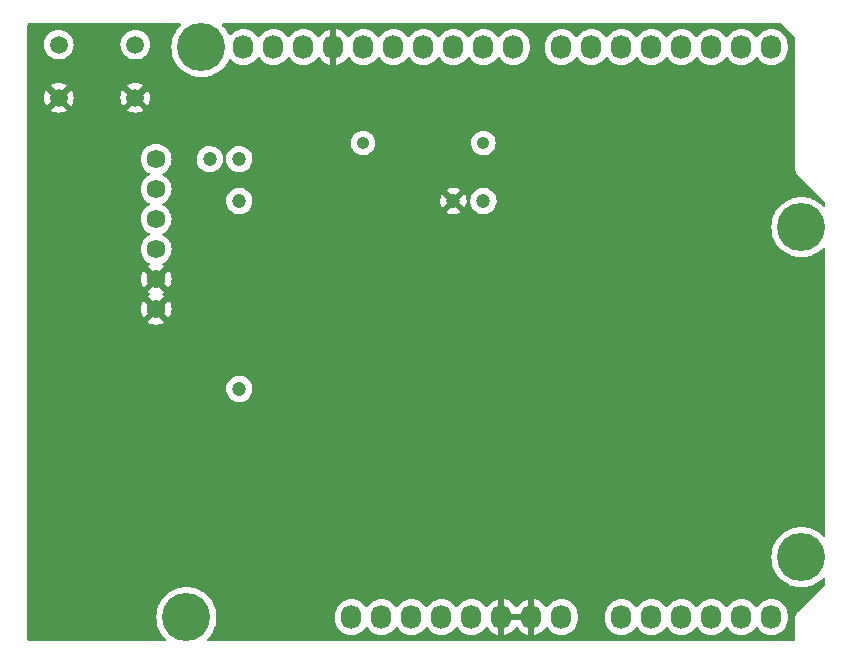
<source format=gbr>
%TF.GenerationSoftware,KiCad,Pcbnew,6.0.0-d3dd2cf0fa~116~ubuntu21.10.1*%
%TF.CreationDate,2022-01-02T17:44:58-05:00*%
%TF.ProjectId,ardustack-io,61726475-7374-4616-936b-2d696f2e6b69,rev?*%
%TF.SameCoordinates,Original*%
%TF.FileFunction,Copper,L2,Bot*%
%TF.FilePolarity,Positive*%
%FSLAX46Y46*%
G04 Gerber Fmt 4.6, Leading zero omitted, Abs format (unit mm)*
G04 Created by KiCad (PCBNEW 6.0.0-d3dd2cf0fa~116~ubuntu21.10.1) date 2022-01-02 17:44:58*
%MOMM*%
%LPD*%
G01*
G04 APERTURE LIST*
%TA.AperFunction,ComponentPad*%
%ADD10O,1.727200X2.032000*%
%TD*%
%TA.AperFunction,ComponentPad*%
%ADD11C,4.064000*%
%TD*%
%TA.AperFunction,ComponentPad*%
%ADD12C,1.050000*%
%TD*%
%TA.AperFunction,ComponentPad*%
%ADD13C,1.200000*%
%TD*%
%TA.AperFunction,ComponentPad*%
%ADD14C,1.500000*%
%TD*%
%TA.AperFunction,ComponentPad*%
%ADD15C,1.590000*%
%TD*%
G04 APERTURE END LIST*
D10*
%TO.P,P1,1,Pin_1*%
%TO.N,unconnected-(P1-Pad1)*%
X138938000Y-123825000D03*
%TO.P,P1,2,Pin_2*%
%TO.N,/IOREF*%
X141478000Y-123825000D03*
%TO.P,P1,3,Pin_3*%
%TO.N,/Reset*%
X144018000Y-123825000D03*
%TO.P,P1,4,Pin_4*%
%TO.N,+3V3*%
X146558000Y-123825000D03*
%TO.P,P1,5,Pin_5*%
%TO.N,+5V*%
X149098000Y-123825000D03*
%TO.P,P1,6,Pin_6*%
%TO.N,GND*%
X151638000Y-123825000D03*
%TO.P,P1,7,Pin_7*%
X154178000Y-123825000D03*
%TO.P,P1,8,Pin_8*%
%TO.N,/Vin*%
X156718000Y-123825000D03*
%TD*%
%TO.P,P2,1,Pin_1*%
%TO.N,/A0*%
X161798000Y-123825000D03*
%TO.P,P2,2,Pin_2*%
%TO.N,/A1*%
X164338000Y-123825000D03*
%TO.P,P2,3,Pin_3*%
%TO.N,/A2*%
X166878000Y-123825000D03*
%TO.P,P2,4,Pin_4*%
%TO.N,/A3*%
X169418000Y-123825000D03*
%TO.P,P2,5,Pin_5*%
%TO.N,/A4(SDA)*%
X171958000Y-123825000D03*
%TO.P,P2,6,Pin_6*%
%TO.N,/A5(SCL)*%
X174498000Y-123825000D03*
%TD*%
%TO.P,P3,1,Pin_1*%
%TO.N,unconnected-(P3-Pad1)*%
X129794000Y-75565000D03*
%TO.P,P3,2,Pin_2*%
%TO.N,unconnected-(P3-Pad2)*%
X132334000Y-75565000D03*
%TO.P,P3,3,Pin_3*%
%TO.N,/AREF*%
X134874000Y-75565000D03*
%TO.P,P3,4,Pin_4*%
%TO.N,GND*%
X137414000Y-75565000D03*
%TO.P,P3,5,Pin_5*%
%TO.N,/13(SCK)*%
X139954000Y-75565000D03*
%TO.P,P3,6,Pin_6*%
%TO.N,/12(MISO)*%
X142494000Y-75565000D03*
%TO.P,P3,7,Pin_7*%
%TO.N,/11(\u002A\u002A{slash}MOSI)*%
X145034000Y-75565000D03*
%TO.P,P3,8,Pin_8*%
%TO.N,/10(\u002A\u002A{slash}SS)*%
X147574000Y-75565000D03*
%TO.P,P3,9,Pin_9*%
%TO.N,/9(\u002A\u002A)*%
X150114000Y-75565000D03*
%TO.P,P3,10,Pin_10*%
%TO.N,/8*%
X152654000Y-75565000D03*
%TD*%
%TO.P,P4,1,Pin_1*%
%TO.N,/7*%
X156718000Y-75565000D03*
%TO.P,P4,2,Pin_2*%
%TO.N,/6(\u002A\u002A)*%
X159258000Y-75565000D03*
%TO.P,P4,3,Pin_3*%
%TO.N,/5(\u002A\u002A)*%
X161798000Y-75565000D03*
%TO.P,P4,4,Pin_4*%
%TO.N,/4*%
X164338000Y-75565000D03*
%TO.P,P4,5,Pin_5*%
%TO.N,/3(\u002A\u002A)*%
X166878000Y-75565000D03*
%TO.P,P4,6,Pin_6*%
%TO.N,/2*%
X169418000Y-75565000D03*
%TO.P,P4,7,Pin_7*%
%TO.N,/1(Tx)*%
X171958000Y-75565000D03*
%TO.P,P4,8,Pin_8*%
%TO.N,/0(Rx)*%
X174498000Y-75565000D03*
%TD*%
D11*
%TO.P,P5,1,Pin_1*%
%TO.N,unconnected-(P5-Pad1)*%
X124968000Y-123825000D03*
%TD*%
%TO.P,P6,1,Pin_1*%
%TO.N,unconnected-(P6-Pad1)*%
X177038000Y-118745000D03*
%TD*%
%TO.P,P7,1,Pin_1*%
%TO.N,unconnected-(P7-Pad1)*%
X126238000Y-75565000D03*
%TD*%
%TO.P,P8,1,Pin_1*%
%TO.N,unconnected-(P8-Pad1)*%
X177038000Y-90805000D03*
%TD*%
D12*
%TO.P,R2,1*%
%TO.N,/13(SCK)*%
X139914000Y-83693000D03*
%TO.P,R2,2*%
%TO.N,Net-(LED1-Pad1)*%
X150114000Y-83693000D03*
%TD*%
D13*
%TO.P,C1,1*%
%TO.N,/Reset*%
X129450000Y-85050000D03*
%TO.P,C1,2*%
%TO.N,Net-(C1-Pad2)*%
X126950000Y-85050000D03*
%TD*%
D14*
%TO.P,S1,1,NO_1*%
%TO.N,/Reset*%
X114150000Y-75350000D03*
%TO.P,S1,2,NO_2*%
X120650000Y-75350000D03*
%TO.P,S1,3,COM_1*%
%TO.N,GND*%
X114150000Y-79850000D03*
%TO.P,S1,4,COM_2*%
X120650000Y-79850000D03*
%TD*%
D13*
%TO.P,LED1,1*%
%TO.N,Net-(LED1-Pad1)*%
X150114000Y-88600000D03*
%TO.P,LED1,2*%
%TO.N,GND*%
X147574000Y-88600000D03*
%TD*%
D15*
%TO.P,J1,1,1*%
%TO.N,GND*%
X122400000Y-97750000D03*
%TO.P,J1,2,2*%
X122400000Y-95210000D03*
%TO.P,J1,3,3*%
%TO.N,+5V*%
X122400000Y-92670000D03*
%TO.P,J1,4,4*%
%TO.N,/0(Rx)*%
X122400000Y-90130000D03*
%TO.P,J1,5,5*%
%TO.N,/1(Tx)*%
X122400000Y-87590000D03*
%TO.P,J1,6,6*%
%TO.N,Net-(C1-Pad2)*%
X122400000Y-85050000D03*
%TD*%
D13*
%TO.P,R1,1*%
%TO.N,+5V*%
X129450000Y-104500000D03*
%TO.P,R1,2*%
%TO.N,/Reset*%
X129450000Y-88600000D03*
%TD*%
%TA.AperFunction,Conductor*%
%TO.N,GND*%
G36*
X124440529Y-73553002D02*
G01*
X124487022Y-73606658D01*
X124497126Y-73676932D01*
X124467632Y-73741512D01*
X124458661Y-73750850D01*
X124382394Y-73822470D01*
X124178629Y-74068779D01*
X124176505Y-74072126D01*
X124176502Y-74072130D01*
X124059850Y-74255944D01*
X124007341Y-74338685D01*
X124005657Y-74342264D01*
X124005653Y-74342271D01*
X123902875Y-74560687D01*
X123871233Y-74627930D01*
X123870007Y-74631702D01*
X123870007Y-74631703D01*
X123868107Y-74637551D01*
X123772449Y-74931954D01*
X123712549Y-75245961D01*
X123692477Y-75565000D01*
X123712549Y-75884039D01*
X123772449Y-76198046D01*
X123773676Y-76201822D01*
X123868201Y-76492737D01*
X123871233Y-76502070D01*
X123872920Y-76505656D01*
X123872922Y-76505660D01*
X124005653Y-76787729D01*
X124005657Y-76787736D01*
X124007341Y-76791315D01*
X124009465Y-76794661D01*
X124009465Y-76794662D01*
X124169914Y-77047488D01*
X124178629Y-77061221D01*
X124382394Y-77307530D01*
X124615423Y-77526359D01*
X124874041Y-77714256D01*
X125154169Y-77868258D01*
X125316083Y-77932364D01*
X125447707Y-77984478D01*
X125447710Y-77984479D01*
X125451390Y-77985936D01*
X125455224Y-77986920D01*
X125455232Y-77986923D01*
X125647153Y-78036200D01*
X125761017Y-78065435D01*
X125764945Y-78065931D01*
X125764949Y-78065932D01*
X125890642Y-78081810D01*
X126078165Y-78105500D01*
X126397835Y-78105500D01*
X126585358Y-78081810D01*
X126711051Y-78065932D01*
X126711055Y-78065931D01*
X126714983Y-78065435D01*
X126828847Y-78036200D01*
X127020768Y-77986923D01*
X127020776Y-77986920D01*
X127024610Y-77985936D01*
X127028290Y-77984479D01*
X127028293Y-77984478D01*
X127159917Y-77932364D01*
X127321831Y-77868258D01*
X127601959Y-77714256D01*
X127860577Y-77526359D01*
X128093606Y-77307530D01*
X128297371Y-77061221D01*
X128306087Y-77047488D01*
X128466535Y-76794662D01*
X128466535Y-76794661D01*
X128468659Y-76791315D01*
X128470343Y-76787736D01*
X128470347Y-76787729D01*
X128540177Y-76639332D01*
X128587280Y-76586211D01*
X128655625Y-76566988D01*
X128723512Y-76587767D01*
X128745355Y-76606008D01*
X128881532Y-76748758D01*
X129068350Y-76887754D01*
X129073102Y-76890170D01*
X129270244Y-76990402D01*
X129275916Y-76993286D01*
X129387106Y-77027811D01*
X129493193Y-77060753D01*
X129493199Y-77060754D01*
X129498296Y-77062337D01*
X129622660Y-77078820D01*
X129723848Y-77092232D01*
X129723852Y-77092232D01*
X129729132Y-77092932D01*
X129734462Y-77092732D01*
X129734463Y-77092732D01*
X129845477Y-77088564D01*
X129961822Y-77084197D01*
X130066005Y-77062337D01*
X130184486Y-77037477D01*
X130184489Y-77037476D01*
X130189713Y-77036380D01*
X130406290Y-76950850D01*
X130605359Y-76830051D01*
X130609855Y-76826150D01*
X130777197Y-76680939D01*
X130777199Y-76680937D01*
X130781230Y-76677439D01*
X130784613Y-76673313D01*
X130784617Y-76673309D01*
X130898190Y-76534795D01*
X130928872Y-76497376D01*
X130954845Y-76451748D01*
X131005927Y-76402442D01*
X131075558Y-76388580D01*
X131141629Y-76414563D01*
X131168867Y-76443713D01*
X131260804Y-76580272D01*
X131264483Y-76584129D01*
X131264485Y-76584131D01*
X131349223Y-76672959D01*
X131421532Y-76748758D01*
X131608350Y-76887754D01*
X131613102Y-76890170D01*
X131810244Y-76990402D01*
X131815916Y-76993286D01*
X131927106Y-77027811D01*
X132033193Y-77060753D01*
X132033199Y-77060754D01*
X132038296Y-77062337D01*
X132162660Y-77078820D01*
X132263848Y-77092232D01*
X132263852Y-77092232D01*
X132269132Y-77092932D01*
X132274462Y-77092732D01*
X132274463Y-77092732D01*
X132385477Y-77088564D01*
X132501822Y-77084197D01*
X132606005Y-77062337D01*
X132724486Y-77037477D01*
X132724489Y-77037476D01*
X132729713Y-77036380D01*
X132946290Y-76950850D01*
X133145359Y-76830051D01*
X133149855Y-76826150D01*
X133317197Y-76680939D01*
X133317199Y-76680937D01*
X133321230Y-76677439D01*
X133324613Y-76673313D01*
X133324617Y-76673309D01*
X133438190Y-76534795D01*
X133468872Y-76497376D01*
X133494845Y-76451748D01*
X133545927Y-76402442D01*
X133615558Y-76388580D01*
X133681629Y-76414563D01*
X133708867Y-76443713D01*
X133800804Y-76580272D01*
X133804483Y-76584129D01*
X133804485Y-76584131D01*
X133889223Y-76672959D01*
X133961532Y-76748758D01*
X134148350Y-76887754D01*
X134153102Y-76890170D01*
X134350244Y-76990402D01*
X134355916Y-76993286D01*
X134467106Y-77027811D01*
X134573193Y-77060753D01*
X134573199Y-77060754D01*
X134578296Y-77062337D01*
X134702660Y-77078820D01*
X134803848Y-77092232D01*
X134803852Y-77092232D01*
X134809132Y-77092932D01*
X134814462Y-77092732D01*
X134814463Y-77092732D01*
X134925477Y-77088564D01*
X135041822Y-77084197D01*
X135146005Y-77062337D01*
X135264486Y-77037477D01*
X135264489Y-77037476D01*
X135269713Y-77036380D01*
X135486290Y-76950850D01*
X135685359Y-76830051D01*
X135689855Y-76826150D01*
X135857197Y-76680939D01*
X135857199Y-76680937D01*
X135861230Y-76677439D01*
X135864613Y-76673313D01*
X135864617Y-76673309D01*
X135978190Y-76534795D01*
X136008872Y-76497376D01*
X136035122Y-76451261D01*
X136086202Y-76401956D01*
X136155832Y-76388094D01*
X136221904Y-76414077D01*
X136249143Y-76443227D01*
X136338215Y-76575530D01*
X136344876Y-76583816D01*
X136498180Y-76744520D01*
X136506148Y-76751569D01*
X136684336Y-76884144D01*
X136693366Y-76889743D01*
X136891347Y-76990402D01*
X136901208Y-76994405D01*
X137113301Y-77060263D01*
X137123696Y-77062548D01*
X137142041Y-77064980D01*
X137156208Y-77062783D01*
X137160000Y-77049599D01*
X137160000Y-77047488D01*
X137668000Y-77047488D01*
X137671973Y-77061019D01*
X137682580Y-77062544D01*
X137804343Y-77036996D01*
X137814539Y-77033936D01*
X138021097Y-76952363D01*
X138030634Y-76947629D01*
X138220503Y-76832414D01*
X138229093Y-76826150D01*
X138396837Y-76680589D01*
X138404257Y-76672959D01*
X138545073Y-76501220D01*
X138551102Y-76492449D01*
X138574533Y-76451285D01*
X138625615Y-76401978D01*
X138695245Y-76388116D01*
X138761316Y-76414099D01*
X138788555Y-76443249D01*
X138880804Y-76580272D01*
X138884483Y-76584129D01*
X138884485Y-76584131D01*
X138969223Y-76672959D01*
X139041532Y-76748758D01*
X139228350Y-76887754D01*
X139233102Y-76890170D01*
X139430244Y-76990402D01*
X139435916Y-76993286D01*
X139547106Y-77027811D01*
X139653193Y-77060753D01*
X139653199Y-77060754D01*
X139658296Y-77062337D01*
X139782660Y-77078820D01*
X139883848Y-77092232D01*
X139883852Y-77092232D01*
X139889132Y-77092932D01*
X139894462Y-77092732D01*
X139894463Y-77092732D01*
X140005477Y-77088564D01*
X140121822Y-77084197D01*
X140226005Y-77062337D01*
X140344486Y-77037477D01*
X140344489Y-77037476D01*
X140349713Y-77036380D01*
X140566290Y-76950850D01*
X140765359Y-76830051D01*
X140769855Y-76826150D01*
X140937197Y-76680939D01*
X140937199Y-76680937D01*
X140941230Y-76677439D01*
X140944613Y-76673313D01*
X140944617Y-76673309D01*
X141058190Y-76534795D01*
X141088872Y-76497376D01*
X141114845Y-76451748D01*
X141165927Y-76402442D01*
X141235558Y-76388580D01*
X141301629Y-76414563D01*
X141328867Y-76443713D01*
X141420804Y-76580272D01*
X141424483Y-76584129D01*
X141424485Y-76584131D01*
X141509223Y-76672959D01*
X141581532Y-76748758D01*
X141768350Y-76887754D01*
X141773102Y-76890170D01*
X141970244Y-76990402D01*
X141975916Y-76993286D01*
X142087106Y-77027811D01*
X142193193Y-77060753D01*
X142193199Y-77060754D01*
X142198296Y-77062337D01*
X142322660Y-77078820D01*
X142423848Y-77092232D01*
X142423852Y-77092232D01*
X142429132Y-77092932D01*
X142434462Y-77092732D01*
X142434463Y-77092732D01*
X142545477Y-77088564D01*
X142661822Y-77084197D01*
X142766005Y-77062337D01*
X142884486Y-77037477D01*
X142884489Y-77037476D01*
X142889713Y-77036380D01*
X143106290Y-76950850D01*
X143305359Y-76830051D01*
X143309855Y-76826150D01*
X143477197Y-76680939D01*
X143477199Y-76680937D01*
X143481230Y-76677439D01*
X143484613Y-76673313D01*
X143484617Y-76673309D01*
X143598190Y-76534795D01*
X143628872Y-76497376D01*
X143654845Y-76451748D01*
X143705927Y-76402442D01*
X143775558Y-76388580D01*
X143841629Y-76414563D01*
X143868867Y-76443713D01*
X143960804Y-76580272D01*
X143964483Y-76584129D01*
X143964485Y-76584131D01*
X144049223Y-76672959D01*
X144121532Y-76748758D01*
X144308350Y-76887754D01*
X144313102Y-76890170D01*
X144510244Y-76990402D01*
X144515916Y-76993286D01*
X144627106Y-77027811D01*
X144733193Y-77060753D01*
X144733199Y-77060754D01*
X144738296Y-77062337D01*
X144862660Y-77078820D01*
X144963848Y-77092232D01*
X144963852Y-77092232D01*
X144969132Y-77092932D01*
X144974462Y-77092732D01*
X144974463Y-77092732D01*
X145085477Y-77088564D01*
X145201822Y-77084197D01*
X145306005Y-77062337D01*
X145424486Y-77037477D01*
X145424489Y-77037476D01*
X145429713Y-77036380D01*
X145646290Y-76950850D01*
X145845359Y-76830051D01*
X145849855Y-76826150D01*
X146017197Y-76680939D01*
X146017199Y-76680937D01*
X146021230Y-76677439D01*
X146024613Y-76673313D01*
X146024617Y-76673309D01*
X146138190Y-76534795D01*
X146168872Y-76497376D01*
X146194845Y-76451748D01*
X146245927Y-76402442D01*
X146315558Y-76388580D01*
X146381629Y-76414563D01*
X146408867Y-76443713D01*
X146500804Y-76580272D01*
X146504483Y-76584129D01*
X146504485Y-76584131D01*
X146589223Y-76672959D01*
X146661532Y-76748758D01*
X146848350Y-76887754D01*
X146853102Y-76890170D01*
X147050244Y-76990402D01*
X147055916Y-76993286D01*
X147167106Y-77027811D01*
X147273193Y-77060753D01*
X147273199Y-77060754D01*
X147278296Y-77062337D01*
X147402660Y-77078820D01*
X147503848Y-77092232D01*
X147503852Y-77092232D01*
X147509132Y-77092932D01*
X147514462Y-77092732D01*
X147514463Y-77092732D01*
X147625477Y-77088564D01*
X147741822Y-77084197D01*
X147846005Y-77062337D01*
X147964486Y-77037477D01*
X147964489Y-77037476D01*
X147969713Y-77036380D01*
X148186290Y-76950850D01*
X148385359Y-76830051D01*
X148389855Y-76826150D01*
X148557197Y-76680939D01*
X148557199Y-76680937D01*
X148561230Y-76677439D01*
X148564613Y-76673313D01*
X148564617Y-76673309D01*
X148678190Y-76534795D01*
X148708872Y-76497376D01*
X148734845Y-76451748D01*
X148785927Y-76402442D01*
X148855558Y-76388580D01*
X148921629Y-76414563D01*
X148948867Y-76443713D01*
X149040804Y-76580272D01*
X149044483Y-76584129D01*
X149044485Y-76584131D01*
X149129223Y-76672959D01*
X149201532Y-76748758D01*
X149388350Y-76887754D01*
X149393102Y-76890170D01*
X149590244Y-76990402D01*
X149595916Y-76993286D01*
X149707106Y-77027811D01*
X149813193Y-77060753D01*
X149813199Y-77060754D01*
X149818296Y-77062337D01*
X149942660Y-77078820D01*
X150043848Y-77092232D01*
X150043852Y-77092232D01*
X150049132Y-77092932D01*
X150054462Y-77092732D01*
X150054463Y-77092732D01*
X150165477Y-77088564D01*
X150281822Y-77084197D01*
X150386005Y-77062337D01*
X150504486Y-77037477D01*
X150504489Y-77037476D01*
X150509713Y-77036380D01*
X150726290Y-76950850D01*
X150925359Y-76830051D01*
X150929855Y-76826150D01*
X151097197Y-76680939D01*
X151097199Y-76680937D01*
X151101230Y-76677439D01*
X151104613Y-76673313D01*
X151104617Y-76673309D01*
X151218190Y-76534795D01*
X151248872Y-76497376D01*
X151274845Y-76451748D01*
X151325927Y-76402442D01*
X151395558Y-76388580D01*
X151461629Y-76414563D01*
X151488867Y-76443713D01*
X151580804Y-76580272D01*
X151584483Y-76584129D01*
X151584485Y-76584131D01*
X151669223Y-76672959D01*
X151741532Y-76748758D01*
X151928350Y-76887754D01*
X151933102Y-76890170D01*
X152130244Y-76990402D01*
X152135916Y-76993286D01*
X152247106Y-77027811D01*
X152353193Y-77060753D01*
X152353199Y-77060754D01*
X152358296Y-77062337D01*
X152482660Y-77078820D01*
X152583848Y-77092232D01*
X152583852Y-77092232D01*
X152589132Y-77092932D01*
X152594462Y-77092732D01*
X152594463Y-77092732D01*
X152705477Y-77088564D01*
X152821822Y-77084197D01*
X152926005Y-77062337D01*
X153044486Y-77037477D01*
X153044489Y-77037476D01*
X153049713Y-77036380D01*
X153266290Y-76950850D01*
X153465359Y-76830051D01*
X153469855Y-76826150D01*
X153637197Y-76680939D01*
X153637199Y-76680937D01*
X153641230Y-76677439D01*
X153644613Y-76673313D01*
X153644617Y-76673309D01*
X153758190Y-76534795D01*
X153788872Y-76497376D01*
X153819696Y-76443227D01*
X153901422Y-76299654D01*
X153904065Y-76295011D01*
X153924239Y-76239435D01*
X153981695Y-76081146D01*
X153981696Y-76081142D01*
X153983515Y-76076131D01*
X154024950Y-75846993D01*
X154026100Y-75822606D01*
X154026100Y-75775868D01*
X155345900Y-75775868D01*
X155360626Y-75949420D01*
X155361964Y-75954577D01*
X155361965Y-75954580D01*
X155416823Y-76165935D01*
X155419125Y-76174806D01*
X155421317Y-76179672D01*
X155421318Y-76179675D01*
X155429594Y-76198046D01*
X155514762Y-76387113D01*
X155644804Y-76580272D01*
X155648483Y-76584129D01*
X155648485Y-76584131D01*
X155733223Y-76672959D01*
X155805532Y-76748758D01*
X155992350Y-76887754D01*
X155997102Y-76890170D01*
X156194244Y-76990402D01*
X156199916Y-76993286D01*
X156311106Y-77027811D01*
X156417193Y-77060753D01*
X156417199Y-77060754D01*
X156422296Y-77062337D01*
X156546660Y-77078820D01*
X156647848Y-77092232D01*
X156647852Y-77092232D01*
X156653132Y-77092932D01*
X156658462Y-77092732D01*
X156658463Y-77092732D01*
X156769477Y-77088564D01*
X156885822Y-77084197D01*
X156990005Y-77062337D01*
X157108486Y-77037477D01*
X157108489Y-77037476D01*
X157113713Y-77036380D01*
X157330290Y-76950850D01*
X157529359Y-76830051D01*
X157533855Y-76826150D01*
X157701197Y-76680939D01*
X157701199Y-76680937D01*
X157705230Y-76677439D01*
X157708613Y-76673313D01*
X157708617Y-76673309D01*
X157822190Y-76534795D01*
X157852872Y-76497376D01*
X157878845Y-76451748D01*
X157929927Y-76402442D01*
X157999558Y-76388580D01*
X158065629Y-76414563D01*
X158092867Y-76443713D01*
X158184804Y-76580272D01*
X158188483Y-76584129D01*
X158188485Y-76584131D01*
X158273223Y-76672959D01*
X158345532Y-76748758D01*
X158532350Y-76887754D01*
X158537102Y-76890170D01*
X158734244Y-76990402D01*
X158739916Y-76993286D01*
X158851106Y-77027811D01*
X158957193Y-77060753D01*
X158957199Y-77060754D01*
X158962296Y-77062337D01*
X159086660Y-77078820D01*
X159187848Y-77092232D01*
X159187852Y-77092232D01*
X159193132Y-77092932D01*
X159198462Y-77092732D01*
X159198463Y-77092732D01*
X159309477Y-77088564D01*
X159425822Y-77084197D01*
X159530005Y-77062337D01*
X159648486Y-77037477D01*
X159648489Y-77037476D01*
X159653713Y-77036380D01*
X159870290Y-76950850D01*
X160069359Y-76830051D01*
X160073855Y-76826150D01*
X160241197Y-76680939D01*
X160241199Y-76680937D01*
X160245230Y-76677439D01*
X160248613Y-76673313D01*
X160248617Y-76673309D01*
X160362190Y-76534795D01*
X160392872Y-76497376D01*
X160418845Y-76451748D01*
X160469927Y-76402442D01*
X160539558Y-76388580D01*
X160605629Y-76414563D01*
X160632867Y-76443713D01*
X160724804Y-76580272D01*
X160728483Y-76584129D01*
X160728485Y-76584131D01*
X160813223Y-76672959D01*
X160885532Y-76748758D01*
X161072350Y-76887754D01*
X161077102Y-76890170D01*
X161274244Y-76990402D01*
X161279916Y-76993286D01*
X161391106Y-77027811D01*
X161497193Y-77060753D01*
X161497199Y-77060754D01*
X161502296Y-77062337D01*
X161626660Y-77078820D01*
X161727848Y-77092232D01*
X161727852Y-77092232D01*
X161733132Y-77092932D01*
X161738462Y-77092732D01*
X161738463Y-77092732D01*
X161849477Y-77088564D01*
X161965822Y-77084197D01*
X162070005Y-77062337D01*
X162188486Y-77037477D01*
X162188489Y-77037476D01*
X162193713Y-77036380D01*
X162410290Y-76950850D01*
X162609359Y-76830051D01*
X162613855Y-76826150D01*
X162781197Y-76680939D01*
X162781199Y-76680937D01*
X162785230Y-76677439D01*
X162788613Y-76673313D01*
X162788617Y-76673309D01*
X162902190Y-76534795D01*
X162932872Y-76497376D01*
X162958845Y-76451748D01*
X163009927Y-76402442D01*
X163079558Y-76388580D01*
X163145629Y-76414563D01*
X163172867Y-76443713D01*
X163264804Y-76580272D01*
X163268483Y-76584129D01*
X163268485Y-76584131D01*
X163353223Y-76672959D01*
X163425532Y-76748758D01*
X163612350Y-76887754D01*
X163617102Y-76890170D01*
X163814244Y-76990402D01*
X163819916Y-76993286D01*
X163931106Y-77027811D01*
X164037193Y-77060753D01*
X164037199Y-77060754D01*
X164042296Y-77062337D01*
X164166660Y-77078820D01*
X164267848Y-77092232D01*
X164267852Y-77092232D01*
X164273132Y-77092932D01*
X164278462Y-77092732D01*
X164278463Y-77092732D01*
X164389477Y-77088564D01*
X164505822Y-77084197D01*
X164610005Y-77062337D01*
X164728486Y-77037477D01*
X164728489Y-77037476D01*
X164733713Y-77036380D01*
X164950290Y-76950850D01*
X165149359Y-76830051D01*
X165153855Y-76826150D01*
X165321197Y-76680939D01*
X165321199Y-76680937D01*
X165325230Y-76677439D01*
X165328613Y-76673313D01*
X165328617Y-76673309D01*
X165442190Y-76534795D01*
X165472872Y-76497376D01*
X165498845Y-76451748D01*
X165549927Y-76402442D01*
X165619558Y-76388580D01*
X165685629Y-76414563D01*
X165712867Y-76443713D01*
X165804804Y-76580272D01*
X165808483Y-76584129D01*
X165808485Y-76584131D01*
X165893223Y-76672959D01*
X165965532Y-76748758D01*
X166152350Y-76887754D01*
X166157102Y-76890170D01*
X166354244Y-76990402D01*
X166359916Y-76993286D01*
X166471106Y-77027811D01*
X166577193Y-77060753D01*
X166577199Y-77060754D01*
X166582296Y-77062337D01*
X166706660Y-77078820D01*
X166807848Y-77092232D01*
X166807852Y-77092232D01*
X166813132Y-77092932D01*
X166818462Y-77092732D01*
X166818463Y-77092732D01*
X166929477Y-77088564D01*
X167045822Y-77084197D01*
X167150005Y-77062337D01*
X167268486Y-77037477D01*
X167268489Y-77037476D01*
X167273713Y-77036380D01*
X167490290Y-76950850D01*
X167689359Y-76830051D01*
X167693855Y-76826150D01*
X167861197Y-76680939D01*
X167861199Y-76680937D01*
X167865230Y-76677439D01*
X167868613Y-76673313D01*
X167868617Y-76673309D01*
X167982190Y-76534795D01*
X168012872Y-76497376D01*
X168038845Y-76451748D01*
X168089927Y-76402442D01*
X168159558Y-76388580D01*
X168225629Y-76414563D01*
X168252867Y-76443713D01*
X168344804Y-76580272D01*
X168348483Y-76584129D01*
X168348485Y-76584131D01*
X168433223Y-76672959D01*
X168505532Y-76748758D01*
X168692350Y-76887754D01*
X168697102Y-76890170D01*
X168894244Y-76990402D01*
X168899916Y-76993286D01*
X169011106Y-77027811D01*
X169117193Y-77060753D01*
X169117199Y-77060754D01*
X169122296Y-77062337D01*
X169246660Y-77078820D01*
X169347848Y-77092232D01*
X169347852Y-77092232D01*
X169353132Y-77092932D01*
X169358462Y-77092732D01*
X169358463Y-77092732D01*
X169469477Y-77088564D01*
X169585822Y-77084197D01*
X169690005Y-77062337D01*
X169808486Y-77037477D01*
X169808489Y-77037476D01*
X169813713Y-77036380D01*
X170030290Y-76950850D01*
X170229359Y-76830051D01*
X170233855Y-76826150D01*
X170401197Y-76680939D01*
X170401199Y-76680937D01*
X170405230Y-76677439D01*
X170408613Y-76673313D01*
X170408617Y-76673309D01*
X170522190Y-76534795D01*
X170552872Y-76497376D01*
X170578845Y-76451748D01*
X170629927Y-76402442D01*
X170699558Y-76388580D01*
X170765629Y-76414563D01*
X170792867Y-76443713D01*
X170884804Y-76580272D01*
X170888483Y-76584129D01*
X170888485Y-76584131D01*
X170973223Y-76672959D01*
X171045532Y-76748758D01*
X171232350Y-76887754D01*
X171237102Y-76890170D01*
X171434244Y-76990402D01*
X171439916Y-76993286D01*
X171551106Y-77027811D01*
X171657193Y-77060753D01*
X171657199Y-77060754D01*
X171662296Y-77062337D01*
X171786660Y-77078820D01*
X171887848Y-77092232D01*
X171887852Y-77092232D01*
X171893132Y-77092932D01*
X171898462Y-77092732D01*
X171898463Y-77092732D01*
X172009477Y-77088564D01*
X172125822Y-77084197D01*
X172230005Y-77062337D01*
X172348486Y-77037477D01*
X172348489Y-77037476D01*
X172353713Y-77036380D01*
X172570290Y-76950850D01*
X172769359Y-76830051D01*
X172773855Y-76826150D01*
X172941197Y-76680939D01*
X172941199Y-76680937D01*
X172945230Y-76677439D01*
X172948613Y-76673313D01*
X172948617Y-76673309D01*
X173062190Y-76534795D01*
X173092872Y-76497376D01*
X173118845Y-76451748D01*
X173169927Y-76402442D01*
X173239558Y-76388580D01*
X173305629Y-76414563D01*
X173332867Y-76443713D01*
X173424804Y-76580272D01*
X173428483Y-76584129D01*
X173428485Y-76584131D01*
X173513223Y-76672959D01*
X173585532Y-76748758D01*
X173772350Y-76887754D01*
X173777102Y-76890170D01*
X173974244Y-76990402D01*
X173979916Y-76993286D01*
X174091106Y-77027811D01*
X174197193Y-77060753D01*
X174197199Y-77060754D01*
X174202296Y-77062337D01*
X174326660Y-77078820D01*
X174427848Y-77092232D01*
X174427852Y-77092232D01*
X174433132Y-77092932D01*
X174438462Y-77092732D01*
X174438463Y-77092732D01*
X174549477Y-77088564D01*
X174665822Y-77084197D01*
X174770005Y-77062337D01*
X174888486Y-77037477D01*
X174888489Y-77037476D01*
X174893713Y-77036380D01*
X175110290Y-76950850D01*
X175309359Y-76830051D01*
X175313855Y-76826150D01*
X175481197Y-76680939D01*
X175481199Y-76680937D01*
X175485230Y-76677439D01*
X175488613Y-76673313D01*
X175488617Y-76673309D01*
X175602190Y-76534795D01*
X175632872Y-76497376D01*
X175663696Y-76443227D01*
X175745422Y-76299654D01*
X175748065Y-76295011D01*
X175768239Y-76239435D01*
X175825695Y-76081146D01*
X175825696Y-76081142D01*
X175827515Y-76076131D01*
X175868950Y-75846993D01*
X175870100Y-75822606D01*
X175870100Y-75354132D01*
X175855374Y-75180580D01*
X175843831Y-75136106D01*
X175798217Y-74960363D01*
X175798216Y-74960359D01*
X175796875Y-74955194D01*
X175788164Y-74935855D01*
X175728317Y-74803001D01*
X175701238Y-74742887D01*
X175571196Y-74549728D01*
X175554861Y-74532604D01*
X175414152Y-74385104D01*
X175410468Y-74381242D01*
X175223650Y-74242246D01*
X175096574Y-74177637D01*
X175020842Y-74139133D01*
X175020841Y-74139133D01*
X175016084Y-74136714D01*
X174877299Y-74093620D01*
X174798807Y-74069247D01*
X174798801Y-74069246D01*
X174793704Y-74067663D01*
X174669340Y-74051180D01*
X174568152Y-74037768D01*
X174568148Y-74037768D01*
X174562868Y-74037068D01*
X174557538Y-74037268D01*
X174557537Y-74037268D01*
X174446523Y-74041436D01*
X174330178Y-74045803D01*
X174247474Y-74063156D01*
X174107514Y-74092523D01*
X174107511Y-74092524D01*
X174102287Y-74093620D01*
X173885710Y-74179150D01*
X173686641Y-74299949D01*
X173682611Y-74303446D01*
X173519570Y-74444925D01*
X173510770Y-74452561D01*
X173507387Y-74456687D01*
X173507383Y-74456691D01*
X173452241Y-74523942D01*
X173363128Y-74632624D01*
X173360490Y-74637259D01*
X173360487Y-74637263D01*
X173337155Y-74678252D01*
X173286073Y-74727558D01*
X173216442Y-74741420D01*
X173150371Y-74715437D01*
X173123133Y-74686287D01*
X173034176Y-74554155D01*
X173031196Y-74549728D01*
X173014861Y-74532604D01*
X172874152Y-74385104D01*
X172870468Y-74381242D01*
X172683650Y-74242246D01*
X172556574Y-74177637D01*
X172480842Y-74139133D01*
X172480841Y-74139133D01*
X172476084Y-74136714D01*
X172337299Y-74093620D01*
X172258807Y-74069247D01*
X172258801Y-74069246D01*
X172253704Y-74067663D01*
X172129340Y-74051180D01*
X172028152Y-74037768D01*
X172028148Y-74037768D01*
X172022868Y-74037068D01*
X172017538Y-74037268D01*
X172017537Y-74037268D01*
X171906523Y-74041436D01*
X171790178Y-74045803D01*
X171707474Y-74063156D01*
X171567514Y-74092523D01*
X171567511Y-74092524D01*
X171562287Y-74093620D01*
X171345710Y-74179150D01*
X171146641Y-74299949D01*
X171142611Y-74303446D01*
X170979570Y-74444925D01*
X170970770Y-74452561D01*
X170967387Y-74456687D01*
X170967383Y-74456691D01*
X170912241Y-74523942D01*
X170823128Y-74632624D01*
X170820490Y-74637259D01*
X170820487Y-74637263D01*
X170797155Y-74678252D01*
X170746073Y-74727558D01*
X170676442Y-74741420D01*
X170610371Y-74715437D01*
X170583133Y-74686287D01*
X170494176Y-74554155D01*
X170491196Y-74549728D01*
X170474861Y-74532604D01*
X170334152Y-74385104D01*
X170330468Y-74381242D01*
X170143650Y-74242246D01*
X170016574Y-74177637D01*
X169940842Y-74139133D01*
X169940841Y-74139133D01*
X169936084Y-74136714D01*
X169797299Y-74093620D01*
X169718807Y-74069247D01*
X169718801Y-74069246D01*
X169713704Y-74067663D01*
X169589340Y-74051180D01*
X169488152Y-74037768D01*
X169488148Y-74037768D01*
X169482868Y-74037068D01*
X169477538Y-74037268D01*
X169477537Y-74037268D01*
X169366523Y-74041436D01*
X169250178Y-74045803D01*
X169167474Y-74063156D01*
X169027514Y-74092523D01*
X169027511Y-74092524D01*
X169022287Y-74093620D01*
X168805710Y-74179150D01*
X168606641Y-74299949D01*
X168602611Y-74303446D01*
X168439570Y-74444925D01*
X168430770Y-74452561D01*
X168427387Y-74456687D01*
X168427383Y-74456691D01*
X168372241Y-74523942D01*
X168283128Y-74632624D01*
X168280490Y-74637259D01*
X168280487Y-74637263D01*
X168257155Y-74678252D01*
X168206073Y-74727558D01*
X168136442Y-74741420D01*
X168070371Y-74715437D01*
X168043133Y-74686287D01*
X167954176Y-74554155D01*
X167951196Y-74549728D01*
X167934861Y-74532604D01*
X167794152Y-74385104D01*
X167790468Y-74381242D01*
X167603650Y-74242246D01*
X167476574Y-74177637D01*
X167400842Y-74139133D01*
X167400841Y-74139133D01*
X167396084Y-74136714D01*
X167257299Y-74093620D01*
X167178807Y-74069247D01*
X167178801Y-74069246D01*
X167173704Y-74067663D01*
X167049340Y-74051180D01*
X166948152Y-74037768D01*
X166948148Y-74037768D01*
X166942868Y-74037068D01*
X166937538Y-74037268D01*
X166937537Y-74037268D01*
X166826523Y-74041436D01*
X166710178Y-74045803D01*
X166627474Y-74063156D01*
X166487514Y-74092523D01*
X166487511Y-74092524D01*
X166482287Y-74093620D01*
X166265710Y-74179150D01*
X166066641Y-74299949D01*
X166062611Y-74303446D01*
X165899570Y-74444925D01*
X165890770Y-74452561D01*
X165887387Y-74456687D01*
X165887383Y-74456691D01*
X165832241Y-74523942D01*
X165743128Y-74632624D01*
X165740490Y-74637259D01*
X165740487Y-74637263D01*
X165717155Y-74678252D01*
X165666073Y-74727558D01*
X165596442Y-74741420D01*
X165530371Y-74715437D01*
X165503133Y-74686287D01*
X165414176Y-74554155D01*
X165411196Y-74549728D01*
X165394861Y-74532604D01*
X165254152Y-74385104D01*
X165250468Y-74381242D01*
X165063650Y-74242246D01*
X164936574Y-74177637D01*
X164860842Y-74139133D01*
X164860841Y-74139133D01*
X164856084Y-74136714D01*
X164717299Y-74093620D01*
X164638807Y-74069247D01*
X164638801Y-74069246D01*
X164633704Y-74067663D01*
X164509340Y-74051180D01*
X164408152Y-74037768D01*
X164408148Y-74037768D01*
X164402868Y-74037068D01*
X164397538Y-74037268D01*
X164397537Y-74037268D01*
X164286523Y-74041436D01*
X164170178Y-74045803D01*
X164087474Y-74063156D01*
X163947514Y-74092523D01*
X163947511Y-74092524D01*
X163942287Y-74093620D01*
X163725710Y-74179150D01*
X163526641Y-74299949D01*
X163522611Y-74303446D01*
X163359570Y-74444925D01*
X163350770Y-74452561D01*
X163347387Y-74456687D01*
X163347383Y-74456691D01*
X163292241Y-74523942D01*
X163203128Y-74632624D01*
X163200490Y-74637259D01*
X163200487Y-74637263D01*
X163177155Y-74678252D01*
X163126073Y-74727558D01*
X163056442Y-74741420D01*
X162990371Y-74715437D01*
X162963133Y-74686287D01*
X162874176Y-74554155D01*
X162871196Y-74549728D01*
X162854861Y-74532604D01*
X162714152Y-74385104D01*
X162710468Y-74381242D01*
X162523650Y-74242246D01*
X162396574Y-74177637D01*
X162320842Y-74139133D01*
X162320841Y-74139133D01*
X162316084Y-74136714D01*
X162177299Y-74093620D01*
X162098807Y-74069247D01*
X162098801Y-74069246D01*
X162093704Y-74067663D01*
X161969340Y-74051180D01*
X161868152Y-74037768D01*
X161868148Y-74037768D01*
X161862868Y-74037068D01*
X161857538Y-74037268D01*
X161857537Y-74037268D01*
X161746523Y-74041436D01*
X161630178Y-74045803D01*
X161547474Y-74063156D01*
X161407514Y-74092523D01*
X161407511Y-74092524D01*
X161402287Y-74093620D01*
X161185710Y-74179150D01*
X160986641Y-74299949D01*
X160982611Y-74303446D01*
X160819570Y-74444925D01*
X160810770Y-74452561D01*
X160807387Y-74456687D01*
X160807383Y-74456691D01*
X160752241Y-74523942D01*
X160663128Y-74632624D01*
X160660490Y-74637259D01*
X160660487Y-74637263D01*
X160637155Y-74678252D01*
X160586073Y-74727558D01*
X160516442Y-74741420D01*
X160450371Y-74715437D01*
X160423133Y-74686287D01*
X160334176Y-74554155D01*
X160331196Y-74549728D01*
X160314861Y-74532604D01*
X160174152Y-74385104D01*
X160170468Y-74381242D01*
X159983650Y-74242246D01*
X159856574Y-74177637D01*
X159780842Y-74139133D01*
X159780841Y-74139133D01*
X159776084Y-74136714D01*
X159637299Y-74093620D01*
X159558807Y-74069247D01*
X159558801Y-74069246D01*
X159553704Y-74067663D01*
X159429340Y-74051180D01*
X159328152Y-74037768D01*
X159328148Y-74037768D01*
X159322868Y-74037068D01*
X159317538Y-74037268D01*
X159317537Y-74037268D01*
X159206523Y-74041436D01*
X159090178Y-74045803D01*
X159007474Y-74063156D01*
X158867514Y-74092523D01*
X158867511Y-74092524D01*
X158862287Y-74093620D01*
X158645710Y-74179150D01*
X158446641Y-74299949D01*
X158442611Y-74303446D01*
X158279570Y-74444925D01*
X158270770Y-74452561D01*
X158267387Y-74456687D01*
X158267383Y-74456691D01*
X158212241Y-74523942D01*
X158123128Y-74632624D01*
X158120490Y-74637259D01*
X158120487Y-74637263D01*
X158097155Y-74678252D01*
X158046073Y-74727558D01*
X157976442Y-74741420D01*
X157910371Y-74715437D01*
X157883133Y-74686287D01*
X157794176Y-74554155D01*
X157791196Y-74549728D01*
X157774861Y-74532604D01*
X157634152Y-74385104D01*
X157630468Y-74381242D01*
X157443650Y-74242246D01*
X157316574Y-74177637D01*
X157240842Y-74139133D01*
X157240841Y-74139133D01*
X157236084Y-74136714D01*
X157097299Y-74093620D01*
X157018807Y-74069247D01*
X157018801Y-74069246D01*
X157013704Y-74067663D01*
X156889340Y-74051180D01*
X156788152Y-74037768D01*
X156788148Y-74037768D01*
X156782868Y-74037068D01*
X156777538Y-74037268D01*
X156777537Y-74037268D01*
X156666523Y-74041436D01*
X156550178Y-74045803D01*
X156467474Y-74063156D01*
X156327514Y-74092523D01*
X156327511Y-74092524D01*
X156322287Y-74093620D01*
X156105710Y-74179150D01*
X155906641Y-74299949D01*
X155902611Y-74303446D01*
X155739570Y-74444925D01*
X155730770Y-74452561D01*
X155727387Y-74456687D01*
X155727383Y-74456691D01*
X155672241Y-74523942D01*
X155583128Y-74632624D01*
X155580490Y-74637259D01*
X155580487Y-74637263D01*
X155517589Y-74747760D01*
X155467935Y-74834989D01*
X155466114Y-74840005D01*
X155466112Y-74840010D01*
X155424302Y-74955194D01*
X155388485Y-75053869D01*
X155347050Y-75283007D01*
X155345900Y-75307394D01*
X155345900Y-75775868D01*
X154026100Y-75775868D01*
X154026100Y-75354132D01*
X154011374Y-75180580D01*
X153999831Y-75136106D01*
X153954217Y-74960363D01*
X153954216Y-74960359D01*
X153952875Y-74955194D01*
X153944164Y-74935855D01*
X153884317Y-74803001D01*
X153857238Y-74742887D01*
X153727196Y-74549728D01*
X153710861Y-74532604D01*
X153570152Y-74385104D01*
X153566468Y-74381242D01*
X153379650Y-74242246D01*
X153252574Y-74177637D01*
X153176842Y-74139133D01*
X153176841Y-74139133D01*
X153172084Y-74136714D01*
X153033299Y-74093620D01*
X152954807Y-74069247D01*
X152954801Y-74069246D01*
X152949704Y-74067663D01*
X152825340Y-74051180D01*
X152724152Y-74037768D01*
X152724148Y-74037768D01*
X152718868Y-74037068D01*
X152713538Y-74037268D01*
X152713537Y-74037268D01*
X152602523Y-74041436D01*
X152486178Y-74045803D01*
X152403474Y-74063156D01*
X152263514Y-74092523D01*
X152263511Y-74092524D01*
X152258287Y-74093620D01*
X152041710Y-74179150D01*
X151842641Y-74299949D01*
X151838611Y-74303446D01*
X151675570Y-74444925D01*
X151666770Y-74452561D01*
X151663387Y-74456687D01*
X151663383Y-74456691D01*
X151608241Y-74523942D01*
X151519128Y-74632624D01*
X151516490Y-74637259D01*
X151516487Y-74637263D01*
X151493155Y-74678252D01*
X151442073Y-74727558D01*
X151372442Y-74741420D01*
X151306371Y-74715437D01*
X151279133Y-74686287D01*
X151190176Y-74554155D01*
X151187196Y-74549728D01*
X151170861Y-74532604D01*
X151030152Y-74385104D01*
X151026468Y-74381242D01*
X150839650Y-74242246D01*
X150712574Y-74177637D01*
X150636842Y-74139133D01*
X150636841Y-74139133D01*
X150632084Y-74136714D01*
X150493299Y-74093620D01*
X150414807Y-74069247D01*
X150414801Y-74069246D01*
X150409704Y-74067663D01*
X150285340Y-74051180D01*
X150184152Y-74037768D01*
X150184148Y-74037768D01*
X150178868Y-74037068D01*
X150173538Y-74037268D01*
X150173537Y-74037268D01*
X150062523Y-74041436D01*
X149946178Y-74045803D01*
X149863474Y-74063156D01*
X149723514Y-74092523D01*
X149723511Y-74092524D01*
X149718287Y-74093620D01*
X149501710Y-74179150D01*
X149302641Y-74299949D01*
X149298611Y-74303446D01*
X149135570Y-74444925D01*
X149126770Y-74452561D01*
X149123387Y-74456687D01*
X149123383Y-74456691D01*
X149068241Y-74523942D01*
X148979128Y-74632624D01*
X148976490Y-74637259D01*
X148976487Y-74637263D01*
X148953155Y-74678252D01*
X148902073Y-74727558D01*
X148832442Y-74741420D01*
X148766371Y-74715437D01*
X148739133Y-74686287D01*
X148650176Y-74554155D01*
X148647196Y-74549728D01*
X148630861Y-74532604D01*
X148490152Y-74385104D01*
X148486468Y-74381242D01*
X148299650Y-74242246D01*
X148172574Y-74177637D01*
X148096842Y-74139133D01*
X148096841Y-74139133D01*
X148092084Y-74136714D01*
X147953299Y-74093620D01*
X147874807Y-74069247D01*
X147874801Y-74069246D01*
X147869704Y-74067663D01*
X147745340Y-74051180D01*
X147644152Y-74037768D01*
X147644148Y-74037768D01*
X147638868Y-74037068D01*
X147633538Y-74037268D01*
X147633537Y-74037268D01*
X147522523Y-74041436D01*
X147406178Y-74045803D01*
X147323474Y-74063156D01*
X147183514Y-74092523D01*
X147183511Y-74092524D01*
X147178287Y-74093620D01*
X146961710Y-74179150D01*
X146762641Y-74299949D01*
X146758611Y-74303446D01*
X146595570Y-74444925D01*
X146586770Y-74452561D01*
X146583387Y-74456687D01*
X146583383Y-74456691D01*
X146528241Y-74523942D01*
X146439128Y-74632624D01*
X146436490Y-74637259D01*
X146436487Y-74637263D01*
X146413155Y-74678252D01*
X146362073Y-74727558D01*
X146292442Y-74741420D01*
X146226371Y-74715437D01*
X146199133Y-74686287D01*
X146110176Y-74554155D01*
X146107196Y-74549728D01*
X146090861Y-74532604D01*
X145950152Y-74385104D01*
X145946468Y-74381242D01*
X145759650Y-74242246D01*
X145632574Y-74177637D01*
X145556842Y-74139133D01*
X145556841Y-74139133D01*
X145552084Y-74136714D01*
X145413299Y-74093620D01*
X145334807Y-74069247D01*
X145334801Y-74069246D01*
X145329704Y-74067663D01*
X145205340Y-74051180D01*
X145104152Y-74037768D01*
X145104148Y-74037768D01*
X145098868Y-74037068D01*
X145093538Y-74037268D01*
X145093537Y-74037268D01*
X144982523Y-74041436D01*
X144866178Y-74045803D01*
X144783474Y-74063156D01*
X144643514Y-74092523D01*
X144643511Y-74092524D01*
X144638287Y-74093620D01*
X144421710Y-74179150D01*
X144222641Y-74299949D01*
X144218611Y-74303446D01*
X144055570Y-74444925D01*
X144046770Y-74452561D01*
X144043387Y-74456687D01*
X144043383Y-74456691D01*
X143988241Y-74523942D01*
X143899128Y-74632624D01*
X143896490Y-74637259D01*
X143896487Y-74637263D01*
X143873155Y-74678252D01*
X143822073Y-74727558D01*
X143752442Y-74741420D01*
X143686371Y-74715437D01*
X143659133Y-74686287D01*
X143570176Y-74554155D01*
X143567196Y-74549728D01*
X143550861Y-74532604D01*
X143410152Y-74385104D01*
X143406468Y-74381242D01*
X143219650Y-74242246D01*
X143092574Y-74177637D01*
X143016842Y-74139133D01*
X143016841Y-74139133D01*
X143012084Y-74136714D01*
X142873299Y-74093620D01*
X142794807Y-74069247D01*
X142794801Y-74069246D01*
X142789704Y-74067663D01*
X142665340Y-74051180D01*
X142564152Y-74037768D01*
X142564148Y-74037768D01*
X142558868Y-74037068D01*
X142553538Y-74037268D01*
X142553537Y-74037268D01*
X142442523Y-74041436D01*
X142326178Y-74045803D01*
X142243474Y-74063156D01*
X142103514Y-74092523D01*
X142103511Y-74092524D01*
X142098287Y-74093620D01*
X141881710Y-74179150D01*
X141682641Y-74299949D01*
X141678611Y-74303446D01*
X141515570Y-74444925D01*
X141506770Y-74452561D01*
X141503387Y-74456687D01*
X141503383Y-74456691D01*
X141448241Y-74523942D01*
X141359128Y-74632624D01*
X141356490Y-74637259D01*
X141356487Y-74637263D01*
X141333155Y-74678252D01*
X141282073Y-74727558D01*
X141212442Y-74741420D01*
X141146371Y-74715437D01*
X141119133Y-74686287D01*
X141030176Y-74554155D01*
X141027196Y-74549728D01*
X141010861Y-74532604D01*
X140870152Y-74385104D01*
X140866468Y-74381242D01*
X140679650Y-74242246D01*
X140552574Y-74177637D01*
X140476842Y-74139133D01*
X140476841Y-74139133D01*
X140472084Y-74136714D01*
X140333299Y-74093620D01*
X140254807Y-74069247D01*
X140254801Y-74069246D01*
X140249704Y-74067663D01*
X140125340Y-74051180D01*
X140024152Y-74037768D01*
X140024148Y-74037768D01*
X140018868Y-74037068D01*
X140013538Y-74037268D01*
X140013537Y-74037268D01*
X139902523Y-74041436D01*
X139786178Y-74045803D01*
X139703474Y-74063156D01*
X139563514Y-74092523D01*
X139563511Y-74092524D01*
X139558287Y-74093620D01*
X139341710Y-74179150D01*
X139142641Y-74299949D01*
X139138611Y-74303446D01*
X138975570Y-74444925D01*
X138966770Y-74452561D01*
X138963387Y-74456687D01*
X138963383Y-74456691D01*
X138908241Y-74523942D01*
X138819128Y-74632624D01*
X138792878Y-74678739D01*
X138741798Y-74728044D01*
X138672168Y-74741906D01*
X138606096Y-74715923D01*
X138578857Y-74686773D01*
X138489785Y-74554470D01*
X138483124Y-74546184D01*
X138329820Y-74385480D01*
X138321852Y-74378431D01*
X138143664Y-74245856D01*
X138134634Y-74240257D01*
X137936653Y-74139598D01*
X137926792Y-74135595D01*
X137714699Y-74069737D01*
X137704304Y-74067452D01*
X137685959Y-74065020D01*
X137671792Y-74067217D01*
X137668000Y-74080401D01*
X137668000Y-77047488D01*
X137160000Y-77047488D01*
X137160000Y-74082512D01*
X137156027Y-74068981D01*
X137145420Y-74067456D01*
X137023657Y-74093004D01*
X137013461Y-74096064D01*
X136806903Y-74177637D01*
X136797366Y-74182371D01*
X136607497Y-74297586D01*
X136598907Y-74303850D01*
X136431163Y-74449411D01*
X136423743Y-74457041D01*
X136282927Y-74628780D01*
X136276898Y-74637551D01*
X136253467Y-74678715D01*
X136202385Y-74728022D01*
X136132755Y-74741884D01*
X136066684Y-74715901D01*
X136039445Y-74686751D01*
X136003005Y-74632624D01*
X135947196Y-74549728D01*
X135930861Y-74532604D01*
X135790152Y-74385104D01*
X135786468Y-74381242D01*
X135599650Y-74242246D01*
X135472574Y-74177637D01*
X135396842Y-74139133D01*
X135396841Y-74139133D01*
X135392084Y-74136714D01*
X135253299Y-74093620D01*
X135174807Y-74069247D01*
X135174801Y-74069246D01*
X135169704Y-74067663D01*
X135045340Y-74051180D01*
X134944152Y-74037768D01*
X134944148Y-74037768D01*
X134938868Y-74037068D01*
X134933538Y-74037268D01*
X134933537Y-74037268D01*
X134822523Y-74041436D01*
X134706178Y-74045803D01*
X134623474Y-74063156D01*
X134483514Y-74092523D01*
X134483511Y-74092524D01*
X134478287Y-74093620D01*
X134261710Y-74179150D01*
X134062641Y-74299949D01*
X134058611Y-74303446D01*
X133895570Y-74444925D01*
X133886770Y-74452561D01*
X133883387Y-74456687D01*
X133883383Y-74456691D01*
X133828241Y-74523942D01*
X133739128Y-74632624D01*
X133736490Y-74637259D01*
X133736487Y-74637263D01*
X133713155Y-74678252D01*
X133662073Y-74727558D01*
X133592442Y-74741420D01*
X133526371Y-74715437D01*
X133499133Y-74686287D01*
X133410176Y-74554155D01*
X133407196Y-74549728D01*
X133390861Y-74532604D01*
X133250152Y-74385104D01*
X133246468Y-74381242D01*
X133059650Y-74242246D01*
X132932574Y-74177637D01*
X132856842Y-74139133D01*
X132856841Y-74139133D01*
X132852084Y-74136714D01*
X132713299Y-74093620D01*
X132634807Y-74069247D01*
X132634801Y-74069246D01*
X132629704Y-74067663D01*
X132505340Y-74051180D01*
X132404152Y-74037768D01*
X132404148Y-74037768D01*
X132398868Y-74037068D01*
X132393538Y-74037268D01*
X132393537Y-74037268D01*
X132282523Y-74041436D01*
X132166178Y-74045803D01*
X132083474Y-74063156D01*
X131943514Y-74092523D01*
X131943511Y-74092524D01*
X131938287Y-74093620D01*
X131721710Y-74179150D01*
X131522641Y-74299949D01*
X131518611Y-74303446D01*
X131355570Y-74444925D01*
X131346770Y-74452561D01*
X131343387Y-74456687D01*
X131343383Y-74456691D01*
X131288241Y-74523942D01*
X131199128Y-74632624D01*
X131196490Y-74637259D01*
X131196487Y-74637263D01*
X131173155Y-74678252D01*
X131122073Y-74727558D01*
X131052442Y-74741420D01*
X130986371Y-74715437D01*
X130959133Y-74686287D01*
X130870176Y-74554155D01*
X130867196Y-74549728D01*
X130850861Y-74532604D01*
X130710152Y-74385104D01*
X130706468Y-74381242D01*
X130519650Y-74242246D01*
X130392574Y-74177637D01*
X130316842Y-74139133D01*
X130316841Y-74139133D01*
X130312084Y-74136714D01*
X130173299Y-74093620D01*
X130094807Y-74069247D01*
X130094801Y-74069246D01*
X130089704Y-74067663D01*
X129965340Y-74051180D01*
X129864152Y-74037768D01*
X129864148Y-74037768D01*
X129858868Y-74037068D01*
X129853538Y-74037268D01*
X129853537Y-74037268D01*
X129742523Y-74041436D01*
X129626178Y-74045803D01*
X129543474Y-74063156D01*
X129403514Y-74092523D01*
X129403511Y-74092524D01*
X129398287Y-74093620D01*
X129181710Y-74179150D01*
X128982641Y-74299949D01*
X128978611Y-74303446D01*
X128815570Y-74444925D01*
X128806770Y-74452561D01*
X128803384Y-74456691D01*
X128803383Y-74456692D01*
X128752489Y-74518761D01*
X128693829Y-74558756D01*
X128622859Y-74560687D01*
X128562111Y-74523942D01*
X128541047Y-74492518D01*
X128470347Y-74342271D01*
X128470343Y-74342264D01*
X128468659Y-74338685D01*
X128416150Y-74255944D01*
X128299498Y-74072130D01*
X128299495Y-74072126D01*
X128297371Y-74068779D01*
X128093606Y-73822470D01*
X128017339Y-73750850D01*
X127981373Y-73689637D01*
X127984212Y-73618697D01*
X128024952Y-73560553D01*
X128090660Y-73533665D01*
X128103592Y-73533000D01*
X175251390Y-73533000D01*
X175319511Y-73553002D01*
X175340485Y-73569905D01*
X176493095Y-74722515D01*
X176527121Y-74784827D01*
X176530000Y-74811610D01*
X176530000Y-85907980D01*
X176528646Y-85920096D01*
X176529130Y-85920135D01*
X176528410Y-85929086D01*
X176526429Y-85937840D01*
X176528442Y-85970284D01*
X176529758Y-85991501D01*
X176530000Y-85999303D01*
X176530000Y-86015477D01*
X176530636Y-86019918D01*
X176530636Y-86019919D01*
X176531480Y-86025813D01*
X176532510Y-86035872D01*
X176535439Y-86083075D01*
X176538485Y-86091513D01*
X176539088Y-86094424D01*
X176543294Y-86111292D01*
X176544132Y-86114159D01*
X176545405Y-86123045D01*
X176549120Y-86131216D01*
X176549121Y-86131219D01*
X176564977Y-86166092D01*
X176568791Y-86175461D01*
X176581801Y-86211501D01*
X176581803Y-86211505D01*
X176584850Y-86219945D01*
X176590146Y-86227194D01*
X176591547Y-86229829D01*
X176600303Y-86244814D01*
X176601918Y-86247339D01*
X176605633Y-86255510D01*
X176611491Y-86262309D01*
X176611492Y-86262310D01*
X176636502Y-86291335D01*
X176642791Y-86299256D01*
X176647927Y-86306286D01*
X176650805Y-86310225D01*
X176661757Y-86321177D01*
X176668115Y-86328025D01*
X176694756Y-86358944D01*
X176694761Y-86358948D01*
X176700619Y-86365747D01*
X176708153Y-86370630D01*
X176714428Y-86376104D01*
X176726248Y-86385668D01*
X179033095Y-88692515D01*
X179067121Y-88754827D01*
X179070000Y-88781610D01*
X179070000Y-88936946D01*
X179049998Y-89005067D01*
X178996342Y-89051560D01*
X178926068Y-89061664D01*
X178857747Y-89028796D01*
X178802436Y-88976856D01*
X178660577Y-88843641D01*
X178627444Y-88819568D01*
X178497975Y-88725504D01*
X178401959Y-88655744D01*
X178398487Y-88653835D01*
X178125293Y-88503645D01*
X178125290Y-88503643D01*
X178121831Y-88501742D01*
X177857601Y-88397126D01*
X177828293Y-88385522D01*
X177828290Y-88385521D01*
X177824610Y-88384064D01*
X177820776Y-88383080D01*
X177820768Y-88383077D01*
X177603522Y-88327298D01*
X177514983Y-88304565D01*
X177511055Y-88304069D01*
X177511051Y-88304068D01*
X177385358Y-88288190D01*
X177197835Y-88264500D01*
X176878165Y-88264500D01*
X176690642Y-88288190D01*
X176564949Y-88304068D01*
X176564945Y-88304069D01*
X176561017Y-88304565D01*
X176472478Y-88327298D01*
X176255232Y-88383077D01*
X176255224Y-88383080D01*
X176251390Y-88384064D01*
X176247710Y-88385521D01*
X176247707Y-88385522D01*
X176218399Y-88397126D01*
X175954169Y-88501742D01*
X175950710Y-88503643D01*
X175950707Y-88503645D01*
X175677513Y-88653835D01*
X175674041Y-88655744D01*
X175578025Y-88725504D01*
X175448557Y-88819568D01*
X175415423Y-88843641D01*
X175273564Y-88976856D01*
X175192693Y-89052799D01*
X175182394Y-89062470D01*
X174978629Y-89308779D01*
X174976505Y-89312126D01*
X174976502Y-89312130D01*
X174823144Y-89553783D01*
X174807341Y-89578685D01*
X174805657Y-89582264D01*
X174805653Y-89582271D01*
X174744845Y-89711496D01*
X174671233Y-89867930D01*
X174572449Y-90171954D01*
X174512549Y-90485961D01*
X174492477Y-90805000D01*
X174512549Y-91124039D01*
X174572449Y-91438046D01*
X174671233Y-91742070D01*
X174672920Y-91745656D01*
X174672922Y-91745660D01*
X174805653Y-92027729D01*
X174805657Y-92027736D01*
X174807341Y-92031315D01*
X174809465Y-92034661D01*
X174809465Y-92034662D01*
X174928655Y-92222474D01*
X174978629Y-92301221D01*
X175182394Y-92547530D01*
X175415423Y-92766359D01*
X175674041Y-92954256D01*
X175954169Y-93108258D01*
X176116083Y-93172364D01*
X176247707Y-93224478D01*
X176247710Y-93224479D01*
X176251390Y-93225936D01*
X176255224Y-93226920D01*
X176255232Y-93226923D01*
X176447153Y-93276200D01*
X176561017Y-93305435D01*
X176564945Y-93305931D01*
X176564949Y-93305932D01*
X176670390Y-93319252D01*
X176878165Y-93345500D01*
X177197835Y-93345500D01*
X177405610Y-93319252D01*
X177511051Y-93305932D01*
X177511055Y-93305931D01*
X177514983Y-93305435D01*
X177628847Y-93276200D01*
X177820768Y-93226923D01*
X177820776Y-93226920D01*
X177824610Y-93225936D01*
X177828290Y-93224479D01*
X177828293Y-93224478D01*
X177959917Y-93172364D01*
X178121831Y-93108258D01*
X178401959Y-92954256D01*
X178660577Y-92766359D01*
X178857747Y-92581204D01*
X178921097Y-92549153D01*
X178991719Y-92556440D01*
X179047190Y-92600751D01*
X179070000Y-92673054D01*
X179070000Y-116876946D01*
X179049998Y-116945067D01*
X178996342Y-116991560D01*
X178926068Y-117001664D01*
X178857747Y-116968796D01*
X178832478Y-116945067D01*
X178660577Y-116783641D01*
X178401959Y-116595744D01*
X178121831Y-116441742D01*
X177959917Y-116377636D01*
X177828293Y-116325522D01*
X177828290Y-116325521D01*
X177824610Y-116324064D01*
X177820776Y-116323080D01*
X177820768Y-116323077D01*
X177628847Y-116273800D01*
X177514983Y-116244565D01*
X177511055Y-116244069D01*
X177511051Y-116244068D01*
X177385358Y-116228190D01*
X177197835Y-116204500D01*
X176878165Y-116204500D01*
X176690642Y-116228190D01*
X176564949Y-116244068D01*
X176564945Y-116244069D01*
X176561017Y-116244565D01*
X176447153Y-116273800D01*
X176255232Y-116323077D01*
X176255224Y-116323080D01*
X176251390Y-116324064D01*
X176247710Y-116325521D01*
X176247707Y-116325522D01*
X176116083Y-116377636D01*
X175954169Y-116441742D01*
X175674041Y-116595744D01*
X175415423Y-116783641D01*
X175182394Y-117002470D01*
X174978629Y-117248779D01*
X174807341Y-117518685D01*
X174805657Y-117522264D01*
X174805653Y-117522271D01*
X174672922Y-117804340D01*
X174671233Y-117807930D01*
X174572449Y-118111954D01*
X174512549Y-118425961D01*
X174492477Y-118745000D01*
X174512549Y-119064039D01*
X174572449Y-119378046D01*
X174671233Y-119682070D01*
X174672920Y-119685656D01*
X174672922Y-119685660D01*
X174805653Y-119967729D01*
X174805657Y-119967736D01*
X174807341Y-119971315D01*
X174978629Y-120241221D01*
X175182394Y-120487530D01*
X175415423Y-120706359D01*
X175674041Y-120894256D01*
X175954169Y-121048258D01*
X176020651Y-121074580D01*
X176247707Y-121164478D01*
X176247710Y-121164479D01*
X176251390Y-121165936D01*
X176255224Y-121166920D01*
X176255232Y-121166923D01*
X176447153Y-121216200D01*
X176561017Y-121245435D01*
X176564945Y-121245931D01*
X176564949Y-121245932D01*
X176690642Y-121261810D01*
X176878165Y-121285500D01*
X177197835Y-121285500D01*
X177385358Y-121261810D01*
X177511051Y-121245932D01*
X177511055Y-121245931D01*
X177514983Y-121245435D01*
X177628847Y-121216200D01*
X177820768Y-121166923D01*
X177820776Y-121166920D01*
X177824610Y-121165936D01*
X177828290Y-121164479D01*
X177828293Y-121164478D01*
X178055349Y-121074580D01*
X178121831Y-121048258D01*
X178401959Y-120894256D01*
X178660577Y-120706359D01*
X178857747Y-120521204D01*
X178921097Y-120489153D01*
X178991719Y-120496440D01*
X179047190Y-120540751D01*
X179070000Y-120613054D01*
X179070000Y-121022390D01*
X179049998Y-121090511D01*
X179033095Y-121111485D01*
X176729010Y-123415570D01*
X176719481Y-123423183D01*
X176719796Y-123423553D01*
X176712961Y-123429370D01*
X176705369Y-123434160D01*
X176699428Y-123440887D01*
X176669766Y-123474473D01*
X176664419Y-123480161D01*
X176652997Y-123491583D01*
X176650311Y-123495167D01*
X176650309Y-123495169D01*
X176646732Y-123499942D01*
X176640361Y-123507768D01*
X176609044Y-123543228D01*
X176605228Y-123551357D01*
X176603588Y-123553853D01*
X176594652Y-123568723D01*
X176593210Y-123571357D01*
X176587828Y-123578538D01*
X176573487Y-123616792D01*
X176571232Y-123622808D01*
X176567304Y-123632129D01*
X176551016Y-123666820D01*
X176551014Y-123666827D01*
X176547201Y-123674948D01*
X176545820Y-123683815D01*
X176544942Y-123686689D01*
X176540544Y-123703452D01*
X176539898Y-123706390D01*
X176536748Y-123714792D01*
X176536083Y-123723742D01*
X176533243Y-123761960D01*
X176532091Y-123771996D01*
X176530000Y-123785423D01*
X176530000Y-123800915D01*
X176529654Y-123810253D01*
X176525964Y-123859907D01*
X176527839Y-123868689D01*
X176528406Y-123877003D01*
X176530000Y-123892110D01*
X176530000Y-125731000D01*
X176509998Y-125799121D01*
X176456342Y-125845614D01*
X176404000Y-125857000D01*
X126833592Y-125857000D01*
X126765471Y-125836998D01*
X126718978Y-125783342D01*
X126708874Y-125713068D01*
X126738368Y-125648488D01*
X126747339Y-125639150D01*
X126820715Y-125570245D01*
X126820716Y-125570244D01*
X126823606Y-125567530D01*
X127027371Y-125321221D01*
X127036087Y-125307488D01*
X127196535Y-125054662D01*
X127196535Y-125054661D01*
X127198659Y-125051315D01*
X127200343Y-125047736D01*
X127200347Y-125047729D01*
X127333078Y-124765660D01*
X127333080Y-124765656D01*
X127334767Y-124762070D01*
X127337800Y-124752737D01*
X127432324Y-124461822D01*
X127433551Y-124458046D01*
X127493451Y-124144039D01*
X127500256Y-124035868D01*
X137565900Y-124035868D01*
X137580626Y-124209420D01*
X137581964Y-124214577D01*
X137581965Y-124214580D01*
X137614816Y-124341146D01*
X137639125Y-124434806D01*
X137641317Y-124439672D01*
X137641318Y-124439675D01*
X137649594Y-124458046D01*
X137734762Y-124647113D01*
X137864804Y-124840272D01*
X138025532Y-125008758D01*
X138212350Y-125147754D01*
X138217102Y-125150170D01*
X138414244Y-125250402D01*
X138419916Y-125253286D01*
X138531106Y-125287811D01*
X138637193Y-125320753D01*
X138637199Y-125320754D01*
X138642296Y-125322337D01*
X138766660Y-125338820D01*
X138867848Y-125352232D01*
X138867852Y-125352232D01*
X138873132Y-125352932D01*
X138878462Y-125352732D01*
X138878463Y-125352732D01*
X138989477Y-125348564D01*
X139105822Y-125344197D01*
X139210005Y-125322337D01*
X139328486Y-125297477D01*
X139328489Y-125297476D01*
X139333713Y-125296380D01*
X139550290Y-125210850D01*
X139749359Y-125090051D01*
X139753855Y-125086150D01*
X139921197Y-124940939D01*
X139921199Y-124940937D01*
X139925230Y-124937439D01*
X139928613Y-124933313D01*
X139928617Y-124933309D01*
X140027776Y-124812374D01*
X140072872Y-124757376D01*
X140075672Y-124752458D01*
X140098845Y-124711748D01*
X140149927Y-124662442D01*
X140219558Y-124648580D01*
X140285629Y-124674563D01*
X140312867Y-124703713D01*
X140404804Y-124840272D01*
X140565532Y-125008758D01*
X140752350Y-125147754D01*
X140757102Y-125150170D01*
X140954244Y-125250402D01*
X140959916Y-125253286D01*
X141071106Y-125287811D01*
X141177193Y-125320753D01*
X141177199Y-125320754D01*
X141182296Y-125322337D01*
X141306660Y-125338820D01*
X141407848Y-125352232D01*
X141407852Y-125352232D01*
X141413132Y-125352932D01*
X141418462Y-125352732D01*
X141418463Y-125352732D01*
X141529477Y-125348564D01*
X141645822Y-125344197D01*
X141750005Y-125322337D01*
X141868486Y-125297477D01*
X141868489Y-125297476D01*
X141873713Y-125296380D01*
X142090290Y-125210850D01*
X142289359Y-125090051D01*
X142293855Y-125086150D01*
X142461197Y-124940939D01*
X142461199Y-124940937D01*
X142465230Y-124937439D01*
X142468613Y-124933313D01*
X142468617Y-124933309D01*
X142567776Y-124812374D01*
X142612872Y-124757376D01*
X142615672Y-124752458D01*
X142638845Y-124711748D01*
X142689927Y-124662442D01*
X142759558Y-124648580D01*
X142825629Y-124674563D01*
X142852867Y-124703713D01*
X142944804Y-124840272D01*
X143105532Y-125008758D01*
X143292350Y-125147754D01*
X143297102Y-125150170D01*
X143494244Y-125250402D01*
X143499916Y-125253286D01*
X143611106Y-125287811D01*
X143717193Y-125320753D01*
X143717199Y-125320754D01*
X143722296Y-125322337D01*
X143846660Y-125338820D01*
X143947848Y-125352232D01*
X143947852Y-125352232D01*
X143953132Y-125352932D01*
X143958462Y-125352732D01*
X143958463Y-125352732D01*
X144069477Y-125348564D01*
X144185822Y-125344197D01*
X144290005Y-125322337D01*
X144408486Y-125297477D01*
X144408489Y-125297476D01*
X144413713Y-125296380D01*
X144630290Y-125210850D01*
X144829359Y-125090051D01*
X144833855Y-125086150D01*
X145001197Y-124940939D01*
X145001199Y-124940937D01*
X145005230Y-124937439D01*
X145008613Y-124933313D01*
X145008617Y-124933309D01*
X145107776Y-124812374D01*
X145152872Y-124757376D01*
X145155672Y-124752458D01*
X145178845Y-124711748D01*
X145229927Y-124662442D01*
X145299558Y-124648580D01*
X145365629Y-124674563D01*
X145392867Y-124703713D01*
X145484804Y-124840272D01*
X145645532Y-125008758D01*
X145832350Y-125147754D01*
X145837102Y-125150170D01*
X146034244Y-125250402D01*
X146039916Y-125253286D01*
X146151106Y-125287811D01*
X146257193Y-125320753D01*
X146257199Y-125320754D01*
X146262296Y-125322337D01*
X146386660Y-125338820D01*
X146487848Y-125352232D01*
X146487852Y-125352232D01*
X146493132Y-125352932D01*
X146498462Y-125352732D01*
X146498463Y-125352732D01*
X146609477Y-125348564D01*
X146725822Y-125344197D01*
X146830005Y-125322337D01*
X146948486Y-125297477D01*
X146948489Y-125297476D01*
X146953713Y-125296380D01*
X147170290Y-125210850D01*
X147369359Y-125090051D01*
X147373855Y-125086150D01*
X147541197Y-124940939D01*
X147541199Y-124940937D01*
X147545230Y-124937439D01*
X147548613Y-124933313D01*
X147548617Y-124933309D01*
X147647776Y-124812374D01*
X147692872Y-124757376D01*
X147695672Y-124752458D01*
X147718845Y-124711748D01*
X147769927Y-124662442D01*
X147839558Y-124648580D01*
X147905629Y-124674563D01*
X147932867Y-124703713D01*
X148024804Y-124840272D01*
X148185532Y-125008758D01*
X148372350Y-125147754D01*
X148377102Y-125150170D01*
X148574244Y-125250402D01*
X148579916Y-125253286D01*
X148691106Y-125287811D01*
X148797193Y-125320753D01*
X148797199Y-125320754D01*
X148802296Y-125322337D01*
X148926660Y-125338820D01*
X149027848Y-125352232D01*
X149027852Y-125352232D01*
X149033132Y-125352932D01*
X149038462Y-125352732D01*
X149038463Y-125352732D01*
X149149477Y-125348564D01*
X149265822Y-125344197D01*
X149370005Y-125322337D01*
X149488486Y-125297477D01*
X149488489Y-125297476D01*
X149493713Y-125296380D01*
X149710290Y-125210850D01*
X149909359Y-125090051D01*
X149913855Y-125086150D01*
X150081197Y-124940939D01*
X150081199Y-124940937D01*
X150085230Y-124937439D01*
X150088613Y-124933313D01*
X150088617Y-124933309D01*
X150187776Y-124812374D01*
X150232872Y-124757376D01*
X150259122Y-124711261D01*
X150310202Y-124661956D01*
X150379832Y-124648094D01*
X150445904Y-124674077D01*
X150473143Y-124703227D01*
X150562215Y-124835530D01*
X150568876Y-124843816D01*
X150722180Y-125004520D01*
X150730148Y-125011569D01*
X150908336Y-125144144D01*
X150917366Y-125149743D01*
X151115347Y-125250402D01*
X151125208Y-125254405D01*
X151337301Y-125320263D01*
X151347696Y-125322548D01*
X151366041Y-125324980D01*
X151380208Y-125322783D01*
X151384000Y-125309599D01*
X151384000Y-125307488D01*
X151892000Y-125307488D01*
X151895973Y-125321019D01*
X151906580Y-125322544D01*
X152028343Y-125296996D01*
X152038539Y-125293936D01*
X152245097Y-125212363D01*
X152254634Y-125207629D01*
X152444503Y-125092414D01*
X152453093Y-125086150D01*
X152620837Y-124940589D01*
X152628257Y-124932959D01*
X152769073Y-124761220D01*
X152775095Y-124752458D01*
X152798810Y-124710798D01*
X152849893Y-124661492D01*
X152919524Y-124647631D01*
X152985594Y-124673615D01*
X153012832Y-124702764D01*
X153102215Y-124835531D01*
X153108876Y-124843816D01*
X153262180Y-125004520D01*
X153270148Y-125011569D01*
X153448336Y-125144144D01*
X153457366Y-125149743D01*
X153655347Y-125250402D01*
X153665208Y-125254405D01*
X153877301Y-125320263D01*
X153887696Y-125322548D01*
X153906041Y-125324980D01*
X153920208Y-125322783D01*
X153924000Y-125309599D01*
X153924000Y-125307488D01*
X154432000Y-125307488D01*
X154435973Y-125321019D01*
X154446580Y-125322544D01*
X154568343Y-125296996D01*
X154578539Y-125293936D01*
X154785097Y-125212363D01*
X154794634Y-125207629D01*
X154984503Y-125092414D01*
X154993093Y-125086150D01*
X155160837Y-124940589D01*
X155168257Y-124932959D01*
X155309073Y-124761220D01*
X155315102Y-124752449D01*
X155338533Y-124711285D01*
X155389615Y-124661978D01*
X155459245Y-124648116D01*
X155525316Y-124674099D01*
X155552555Y-124703249D01*
X155644804Y-124840272D01*
X155805532Y-125008758D01*
X155992350Y-125147754D01*
X155997102Y-125150170D01*
X156194244Y-125250402D01*
X156199916Y-125253286D01*
X156311106Y-125287811D01*
X156417193Y-125320753D01*
X156417199Y-125320754D01*
X156422296Y-125322337D01*
X156546660Y-125338820D01*
X156647848Y-125352232D01*
X156647852Y-125352232D01*
X156653132Y-125352932D01*
X156658462Y-125352732D01*
X156658463Y-125352732D01*
X156769477Y-125348564D01*
X156885822Y-125344197D01*
X156990005Y-125322337D01*
X157108486Y-125297477D01*
X157108489Y-125297476D01*
X157113713Y-125296380D01*
X157330290Y-125210850D01*
X157529359Y-125090051D01*
X157533855Y-125086150D01*
X157701197Y-124940939D01*
X157701199Y-124940937D01*
X157705230Y-124937439D01*
X157708613Y-124933313D01*
X157708617Y-124933309D01*
X157807776Y-124812374D01*
X157852872Y-124757376D01*
X157855672Y-124752458D01*
X157965422Y-124559654D01*
X157968065Y-124555011D01*
X157988239Y-124499435D01*
X158045695Y-124341146D01*
X158045696Y-124341142D01*
X158047515Y-124336131D01*
X158088950Y-124106993D01*
X158089632Y-124092548D01*
X158090030Y-124084095D01*
X158090030Y-124084086D01*
X158090100Y-124082606D01*
X158090100Y-124035868D01*
X160425900Y-124035868D01*
X160440626Y-124209420D01*
X160441964Y-124214577D01*
X160441965Y-124214580D01*
X160474816Y-124341146D01*
X160499125Y-124434806D01*
X160501317Y-124439672D01*
X160501318Y-124439675D01*
X160509594Y-124458046D01*
X160594762Y-124647113D01*
X160724804Y-124840272D01*
X160885532Y-125008758D01*
X161072350Y-125147754D01*
X161077102Y-125150170D01*
X161274244Y-125250402D01*
X161279916Y-125253286D01*
X161391106Y-125287811D01*
X161497193Y-125320753D01*
X161497199Y-125320754D01*
X161502296Y-125322337D01*
X161626660Y-125338820D01*
X161727848Y-125352232D01*
X161727852Y-125352232D01*
X161733132Y-125352932D01*
X161738462Y-125352732D01*
X161738463Y-125352732D01*
X161849477Y-125348564D01*
X161965822Y-125344197D01*
X162070005Y-125322337D01*
X162188486Y-125297477D01*
X162188489Y-125297476D01*
X162193713Y-125296380D01*
X162410290Y-125210850D01*
X162609359Y-125090051D01*
X162613855Y-125086150D01*
X162781197Y-124940939D01*
X162781199Y-124940937D01*
X162785230Y-124937439D01*
X162788613Y-124933313D01*
X162788617Y-124933309D01*
X162887776Y-124812374D01*
X162932872Y-124757376D01*
X162935672Y-124752458D01*
X162958845Y-124711748D01*
X163009927Y-124662442D01*
X163079558Y-124648580D01*
X163145629Y-124674563D01*
X163172867Y-124703713D01*
X163264804Y-124840272D01*
X163425532Y-125008758D01*
X163612350Y-125147754D01*
X163617102Y-125150170D01*
X163814244Y-125250402D01*
X163819916Y-125253286D01*
X163931106Y-125287811D01*
X164037193Y-125320753D01*
X164037199Y-125320754D01*
X164042296Y-125322337D01*
X164166660Y-125338820D01*
X164267848Y-125352232D01*
X164267852Y-125352232D01*
X164273132Y-125352932D01*
X164278462Y-125352732D01*
X164278463Y-125352732D01*
X164389477Y-125348564D01*
X164505822Y-125344197D01*
X164610005Y-125322337D01*
X164728486Y-125297477D01*
X164728489Y-125297476D01*
X164733713Y-125296380D01*
X164950290Y-125210850D01*
X165149359Y-125090051D01*
X165153855Y-125086150D01*
X165321197Y-124940939D01*
X165321199Y-124940937D01*
X165325230Y-124937439D01*
X165328613Y-124933313D01*
X165328617Y-124933309D01*
X165427776Y-124812374D01*
X165472872Y-124757376D01*
X165475672Y-124752458D01*
X165498845Y-124711748D01*
X165549927Y-124662442D01*
X165619558Y-124648580D01*
X165685629Y-124674563D01*
X165712867Y-124703713D01*
X165804804Y-124840272D01*
X165965532Y-125008758D01*
X166152350Y-125147754D01*
X166157102Y-125150170D01*
X166354244Y-125250402D01*
X166359916Y-125253286D01*
X166471106Y-125287811D01*
X166577193Y-125320753D01*
X166577199Y-125320754D01*
X166582296Y-125322337D01*
X166706660Y-125338820D01*
X166807848Y-125352232D01*
X166807852Y-125352232D01*
X166813132Y-125352932D01*
X166818462Y-125352732D01*
X166818463Y-125352732D01*
X166929477Y-125348564D01*
X167045822Y-125344197D01*
X167150005Y-125322337D01*
X167268486Y-125297477D01*
X167268489Y-125297476D01*
X167273713Y-125296380D01*
X167490290Y-125210850D01*
X167689359Y-125090051D01*
X167693855Y-125086150D01*
X167861197Y-124940939D01*
X167861199Y-124940937D01*
X167865230Y-124937439D01*
X167868613Y-124933313D01*
X167868617Y-124933309D01*
X167967776Y-124812374D01*
X168012872Y-124757376D01*
X168015672Y-124752458D01*
X168038845Y-124711748D01*
X168089927Y-124662442D01*
X168159558Y-124648580D01*
X168225629Y-124674563D01*
X168252867Y-124703713D01*
X168344804Y-124840272D01*
X168505532Y-125008758D01*
X168692350Y-125147754D01*
X168697102Y-125150170D01*
X168894244Y-125250402D01*
X168899916Y-125253286D01*
X169011106Y-125287811D01*
X169117193Y-125320753D01*
X169117199Y-125320754D01*
X169122296Y-125322337D01*
X169246660Y-125338820D01*
X169347848Y-125352232D01*
X169347852Y-125352232D01*
X169353132Y-125352932D01*
X169358462Y-125352732D01*
X169358463Y-125352732D01*
X169469477Y-125348564D01*
X169585822Y-125344197D01*
X169690005Y-125322337D01*
X169808486Y-125297477D01*
X169808489Y-125297476D01*
X169813713Y-125296380D01*
X170030290Y-125210850D01*
X170229359Y-125090051D01*
X170233855Y-125086150D01*
X170401197Y-124940939D01*
X170401199Y-124940937D01*
X170405230Y-124937439D01*
X170408613Y-124933313D01*
X170408617Y-124933309D01*
X170507776Y-124812374D01*
X170552872Y-124757376D01*
X170555672Y-124752458D01*
X170578845Y-124711748D01*
X170629927Y-124662442D01*
X170699558Y-124648580D01*
X170765629Y-124674563D01*
X170792867Y-124703713D01*
X170884804Y-124840272D01*
X171045532Y-125008758D01*
X171232350Y-125147754D01*
X171237102Y-125150170D01*
X171434244Y-125250402D01*
X171439916Y-125253286D01*
X171551106Y-125287811D01*
X171657193Y-125320753D01*
X171657199Y-125320754D01*
X171662296Y-125322337D01*
X171786660Y-125338820D01*
X171887848Y-125352232D01*
X171887852Y-125352232D01*
X171893132Y-125352932D01*
X171898462Y-125352732D01*
X171898463Y-125352732D01*
X172009477Y-125348564D01*
X172125822Y-125344197D01*
X172230005Y-125322337D01*
X172348486Y-125297477D01*
X172348489Y-125297476D01*
X172353713Y-125296380D01*
X172570290Y-125210850D01*
X172769359Y-125090051D01*
X172773855Y-125086150D01*
X172941197Y-124940939D01*
X172941199Y-124940937D01*
X172945230Y-124937439D01*
X172948613Y-124933313D01*
X172948617Y-124933309D01*
X173047776Y-124812374D01*
X173092872Y-124757376D01*
X173095672Y-124752458D01*
X173118845Y-124711748D01*
X173169927Y-124662442D01*
X173239558Y-124648580D01*
X173305629Y-124674563D01*
X173332867Y-124703713D01*
X173424804Y-124840272D01*
X173585532Y-125008758D01*
X173772350Y-125147754D01*
X173777102Y-125150170D01*
X173974244Y-125250402D01*
X173979916Y-125253286D01*
X174091106Y-125287811D01*
X174197193Y-125320753D01*
X174197199Y-125320754D01*
X174202296Y-125322337D01*
X174326660Y-125338820D01*
X174427848Y-125352232D01*
X174427852Y-125352232D01*
X174433132Y-125352932D01*
X174438462Y-125352732D01*
X174438463Y-125352732D01*
X174549477Y-125348564D01*
X174665822Y-125344197D01*
X174770005Y-125322337D01*
X174888486Y-125297477D01*
X174888489Y-125297476D01*
X174893713Y-125296380D01*
X175110290Y-125210850D01*
X175309359Y-125090051D01*
X175313855Y-125086150D01*
X175481197Y-124940939D01*
X175481199Y-124940937D01*
X175485230Y-124937439D01*
X175488613Y-124933313D01*
X175488617Y-124933309D01*
X175587776Y-124812374D01*
X175632872Y-124757376D01*
X175635672Y-124752458D01*
X175745422Y-124559654D01*
X175748065Y-124555011D01*
X175768239Y-124499435D01*
X175825695Y-124341146D01*
X175825696Y-124341142D01*
X175827515Y-124336131D01*
X175868950Y-124106993D01*
X175869632Y-124092548D01*
X175870030Y-124084095D01*
X175870030Y-124084086D01*
X175870100Y-124082606D01*
X175870100Y-123614132D01*
X175859702Y-123491583D01*
X175855825Y-123445891D01*
X175855824Y-123445887D01*
X175855374Y-123440580D01*
X175853708Y-123434160D01*
X175798217Y-123220363D01*
X175798216Y-123220359D01*
X175796875Y-123215194D01*
X175788164Y-123195855D01*
X175703433Y-123007760D01*
X175701238Y-123002887D01*
X175571196Y-122809728D01*
X175410468Y-122641242D01*
X175223650Y-122502246D01*
X175096574Y-122437637D01*
X175020842Y-122399133D01*
X175020841Y-122399133D01*
X175016084Y-122396714D01*
X174877299Y-122353620D01*
X174798807Y-122329247D01*
X174798801Y-122329246D01*
X174793704Y-122327663D01*
X174669340Y-122311180D01*
X174568152Y-122297768D01*
X174568148Y-122297768D01*
X174562868Y-122297068D01*
X174557538Y-122297268D01*
X174557537Y-122297268D01*
X174446523Y-122301435D01*
X174330178Y-122305803D01*
X174247474Y-122323156D01*
X174107514Y-122352523D01*
X174107511Y-122352524D01*
X174102287Y-122353620D01*
X173885710Y-122439150D01*
X173686641Y-122559949D01*
X173682611Y-122563446D01*
X173588075Y-122645480D01*
X173510770Y-122712561D01*
X173507387Y-122716687D01*
X173507383Y-122716691D01*
X173434262Y-122805869D01*
X173363128Y-122892624D01*
X173360490Y-122897259D01*
X173360487Y-122897263D01*
X173337155Y-122938252D01*
X173286073Y-122987558D01*
X173216442Y-123001420D01*
X173150371Y-122975437D01*
X173123133Y-122946287D01*
X173034388Y-122814470D01*
X173031196Y-122809728D01*
X172870468Y-122641242D01*
X172683650Y-122502246D01*
X172556574Y-122437637D01*
X172480842Y-122399133D01*
X172480841Y-122399133D01*
X172476084Y-122396714D01*
X172337299Y-122353620D01*
X172258807Y-122329247D01*
X172258801Y-122329246D01*
X172253704Y-122327663D01*
X172129340Y-122311180D01*
X172028152Y-122297768D01*
X172028148Y-122297768D01*
X172022868Y-122297068D01*
X172017538Y-122297268D01*
X172017537Y-122297268D01*
X171906523Y-122301435D01*
X171790178Y-122305803D01*
X171707474Y-122323156D01*
X171567514Y-122352523D01*
X171567511Y-122352524D01*
X171562287Y-122353620D01*
X171345710Y-122439150D01*
X171146641Y-122559949D01*
X171142611Y-122563446D01*
X171048075Y-122645480D01*
X170970770Y-122712561D01*
X170967387Y-122716687D01*
X170967383Y-122716691D01*
X170894262Y-122805869D01*
X170823128Y-122892624D01*
X170820490Y-122897259D01*
X170820487Y-122897263D01*
X170797155Y-122938252D01*
X170746073Y-122987558D01*
X170676442Y-123001420D01*
X170610371Y-122975437D01*
X170583133Y-122946287D01*
X170494388Y-122814470D01*
X170491196Y-122809728D01*
X170330468Y-122641242D01*
X170143650Y-122502246D01*
X170016574Y-122437637D01*
X169940842Y-122399133D01*
X169940841Y-122399133D01*
X169936084Y-122396714D01*
X169797299Y-122353620D01*
X169718807Y-122329247D01*
X169718801Y-122329246D01*
X169713704Y-122327663D01*
X169589340Y-122311180D01*
X169488152Y-122297768D01*
X169488148Y-122297768D01*
X169482868Y-122297068D01*
X169477538Y-122297268D01*
X169477537Y-122297268D01*
X169366523Y-122301435D01*
X169250178Y-122305803D01*
X169167474Y-122323156D01*
X169027514Y-122352523D01*
X169027511Y-122352524D01*
X169022287Y-122353620D01*
X168805710Y-122439150D01*
X168606641Y-122559949D01*
X168602611Y-122563446D01*
X168508075Y-122645480D01*
X168430770Y-122712561D01*
X168427387Y-122716687D01*
X168427383Y-122716691D01*
X168354262Y-122805869D01*
X168283128Y-122892624D01*
X168280490Y-122897259D01*
X168280487Y-122897263D01*
X168257155Y-122938252D01*
X168206073Y-122987558D01*
X168136442Y-123001420D01*
X168070371Y-122975437D01*
X168043133Y-122946287D01*
X167954388Y-122814470D01*
X167951196Y-122809728D01*
X167790468Y-122641242D01*
X167603650Y-122502246D01*
X167476574Y-122437637D01*
X167400842Y-122399133D01*
X167400841Y-122399133D01*
X167396084Y-122396714D01*
X167257299Y-122353620D01*
X167178807Y-122329247D01*
X167178801Y-122329246D01*
X167173704Y-122327663D01*
X167049340Y-122311180D01*
X166948152Y-122297768D01*
X166948148Y-122297768D01*
X166942868Y-122297068D01*
X166937538Y-122297268D01*
X166937537Y-122297268D01*
X166826523Y-122301435D01*
X166710178Y-122305803D01*
X166627474Y-122323156D01*
X166487514Y-122352523D01*
X166487511Y-122352524D01*
X166482287Y-122353620D01*
X166265710Y-122439150D01*
X166066641Y-122559949D01*
X166062611Y-122563446D01*
X165968075Y-122645480D01*
X165890770Y-122712561D01*
X165887387Y-122716687D01*
X165887383Y-122716691D01*
X165814262Y-122805869D01*
X165743128Y-122892624D01*
X165740490Y-122897259D01*
X165740487Y-122897263D01*
X165717155Y-122938252D01*
X165666073Y-122987558D01*
X165596442Y-123001420D01*
X165530371Y-122975437D01*
X165503133Y-122946287D01*
X165414388Y-122814470D01*
X165411196Y-122809728D01*
X165250468Y-122641242D01*
X165063650Y-122502246D01*
X164936574Y-122437637D01*
X164860842Y-122399133D01*
X164860841Y-122399133D01*
X164856084Y-122396714D01*
X164717299Y-122353620D01*
X164638807Y-122329247D01*
X164638801Y-122329246D01*
X164633704Y-122327663D01*
X164509340Y-122311180D01*
X164408152Y-122297768D01*
X164408148Y-122297768D01*
X164402868Y-122297068D01*
X164397538Y-122297268D01*
X164397537Y-122297268D01*
X164286523Y-122301435D01*
X164170178Y-122305803D01*
X164087474Y-122323156D01*
X163947514Y-122352523D01*
X163947511Y-122352524D01*
X163942287Y-122353620D01*
X163725710Y-122439150D01*
X163526641Y-122559949D01*
X163522611Y-122563446D01*
X163428075Y-122645480D01*
X163350770Y-122712561D01*
X163347387Y-122716687D01*
X163347383Y-122716691D01*
X163274262Y-122805869D01*
X163203128Y-122892624D01*
X163200490Y-122897259D01*
X163200487Y-122897263D01*
X163177155Y-122938252D01*
X163126073Y-122987558D01*
X163056442Y-123001420D01*
X162990371Y-122975437D01*
X162963133Y-122946287D01*
X162874388Y-122814470D01*
X162871196Y-122809728D01*
X162710468Y-122641242D01*
X162523650Y-122502246D01*
X162396574Y-122437637D01*
X162320842Y-122399133D01*
X162320841Y-122399133D01*
X162316084Y-122396714D01*
X162177299Y-122353620D01*
X162098807Y-122329247D01*
X162098801Y-122329246D01*
X162093704Y-122327663D01*
X161969340Y-122311180D01*
X161868152Y-122297768D01*
X161868148Y-122297768D01*
X161862868Y-122297068D01*
X161857538Y-122297268D01*
X161857537Y-122297268D01*
X161746523Y-122301435D01*
X161630178Y-122305803D01*
X161547474Y-122323156D01*
X161407514Y-122352523D01*
X161407511Y-122352524D01*
X161402287Y-122353620D01*
X161185710Y-122439150D01*
X160986641Y-122559949D01*
X160982611Y-122563446D01*
X160888075Y-122645480D01*
X160810770Y-122712561D01*
X160807387Y-122716687D01*
X160807383Y-122716691D01*
X160734262Y-122805869D01*
X160663128Y-122892624D01*
X160660490Y-122897259D01*
X160660487Y-122897263D01*
X160597589Y-123007760D01*
X160547935Y-123094989D01*
X160546114Y-123100005D01*
X160546112Y-123100010D01*
X160504302Y-123215194D01*
X160468485Y-123313869D01*
X160427050Y-123543007D01*
X160426855Y-123547146D01*
X160426854Y-123547153D01*
X160425970Y-123565905D01*
X160425900Y-123567394D01*
X160425900Y-124035868D01*
X158090100Y-124035868D01*
X158090100Y-123614132D01*
X158079702Y-123491583D01*
X158075825Y-123445891D01*
X158075824Y-123445887D01*
X158075374Y-123440580D01*
X158073708Y-123434160D01*
X158018217Y-123220363D01*
X158018216Y-123220359D01*
X158016875Y-123215194D01*
X158008164Y-123195855D01*
X157923433Y-123007760D01*
X157921238Y-123002887D01*
X157791196Y-122809728D01*
X157630468Y-122641242D01*
X157443650Y-122502246D01*
X157316574Y-122437637D01*
X157240842Y-122399133D01*
X157240841Y-122399133D01*
X157236084Y-122396714D01*
X157097299Y-122353620D01*
X157018807Y-122329247D01*
X157018801Y-122329246D01*
X157013704Y-122327663D01*
X156889340Y-122311180D01*
X156788152Y-122297768D01*
X156788148Y-122297768D01*
X156782868Y-122297068D01*
X156777538Y-122297268D01*
X156777537Y-122297268D01*
X156666523Y-122301435D01*
X156550178Y-122305803D01*
X156467474Y-122323156D01*
X156327514Y-122352523D01*
X156327511Y-122352524D01*
X156322287Y-122353620D01*
X156105710Y-122439150D01*
X155906641Y-122559949D01*
X155902611Y-122563446D01*
X155808075Y-122645480D01*
X155730770Y-122712561D01*
X155727387Y-122716687D01*
X155727383Y-122716691D01*
X155654262Y-122805869D01*
X155583128Y-122892624D01*
X155556878Y-122938739D01*
X155505798Y-122988044D01*
X155436168Y-123001906D01*
X155370096Y-122975923D01*
X155342857Y-122946773D01*
X155253785Y-122814470D01*
X155247124Y-122806184D01*
X155093820Y-122645480D01*
X155085852Y-122638431D01*
X154907664Y-122505856D01*
X154898634Y-122500257D01*
X154700653Y-122399598D01*
X154690792Y-122395595D01*
X154478699Y-122329737D01*
X154468304Y-122327452D01*
X154449959Y-122325020D01*
X154435792Y-122327217D01*
X154432000Y-122340401D01*
X154432000Y-125307488D01*
X153924000Y-125307488D01*
X153924000Y-124097115D01*
X153919525Y-124081876D01*
X153918135Y-124080671D01*
X153910452Y-124079000D01*
X151910115Y-124079000D01*
X151894876Y-124083475D01*
X151893671Y-124084865D01*
X151892000Y-124092548D01*
X151892000Y-125307488D01*
X151384000Y-125307488D01*
X151384000Y-123552885D01*
X151892000Y-123552885D01*
X151896475Y-123568124D01*
X151897865Y-123569329D01*
X151905548Y-123571000D01*
X153905885Y-123571000D01*
X153921124Y-123566525D01*
X153922329Y-123565135D01*
X153924000Y-123557452D01*
X153924000Y-122342512D01*
X153920027Y-122328981D01*
X153909420Y-122327456D01*
X153787657Y-122353004D01*
X153777461Y-122356064D01*
X153570903Y-122437637D01*
X153561366Y-122442371D01*
X153371497Y-122557586D01*
X153362907Y-122563850D01*
X153195163Y-122709411D01*
X153187743Y-122717041D01*
X153046927Y-122888780D01*
X153040905Y-122897542D01*
X153017190Y-122939202D01*
X152966107Y-122988508D01*
X152896476Y-123002369D01*
X152830406Y-122976385D01*
X152803168Y-122947236D01*
X152713785Y-122814469D01*
X152707124Y-122806184D01*
X152553820Y-122645480D01*
X152545852Y-122638431D01*
X152367664Y-122505856D01*
X152358634Y-122500257D01*
X152160653Y-122399598D01*
X152150792Y-122395595D01*
X151938699Y-122329737D01*
X151928304Y-122327452D01*
X151909959Y-122325020D01*
X151895792Y-122327217D01*
X151892000Y-122340401D01*
X151892000Y-123552885D01*
X151384000Y-123552885D01*
X151384000Y-122342512D01*
X151380027Y-122328981D01*
X151369420Y-122327456D01*
X151247657Y-122353004D01*
X151237461Y-122356064D01*
X151030903Y-122437637D01*
X151021366Y-122442371D01*
X150831497Y-122557586D01*
X150822907Y-122563850D01*
X150655163Y-122709411D01*
X150647743Y-122717041D01*
X150506927Y-122888780D01*
X150500898Y-122897551D01*
X150477467Y-122938715D01*
X150426385Y-122988022D01*
X150356755Y-123001884D01*
X150290684Y-122975901D01*
X150263445Y-122946751D01*
X150227005Y-122892624D01*
X150171196Y-122809728D01*
X150010468Y-122641242D01*
X149823650Y-122502246D01*
X149696574Y-122437637D01*
X149620842Y-122399133D01*
X149620841Y-122399133D01*
X149616084Y-122396714D01*
X149477299Y-122353620D01*
X149398807Y-122329247D01*
X149398801Y-122329246D01*
X149393704Y-122327663D01*
X149269340Y-122311180D01*
X149168152Y-122297768D01*
X149168148Y-122297768D01*
X149162868Y-122297068D01*
X149157538Y-122297268D01*
X149157537Y-122297268D01*
X149046523Y-122301435D01*
X148930178Y-122305803D01*
X148847474Y-122323156D01*
X148707514Y-122352523D01*
X148707511Y-122352524D01*
X148702287Y-122353620D01*
X148485710Y-122439150D01*
X148286641Y-122559949D01*
X148282611Y-122563446D01*
X148188075Y-122645480D01*
X148110770Y-122712561D01*
X148107387Y-122716687D01*
X148107383Y-122716691D01*
X148034262Y-122805869D01*
X147963128Y-122892624D01*
X147960490Y-122897259D01*
X147960487Y-122897263D01*
X147937155Y-122938252D01*
X147886073Y-122987558D01*
X147816442Y-123001420D01*
X147750371Y-122975437D01*
X147723133Y-122946287D01*
X147634388Y-122814470D01*
X147631196Y-122809728D01*
X147470468Y-122641242D01*
X147283650Y-122502246D01*
X147156574Y-122437637D01*
X147080842Y-122399133D01*
X147080841Y-122399133D01*
X147076084Y-122396714D01*
X146937299Y-122353620D01*
X146858807Y-122329247D01*
X146858801Y-122329246D01*
X146853704Y-122327663D01*
X146729340Y-122311180D01*
X146628152Y-122297768D01*
X146628148Y-122297768D01*
X146622868Y-122297068D01*
X146617538Y-122297268D01*
X146617537Y-122297268D01*
X146506523Y-122301435D01*
X146390178Y-122305803D01*
X146307474Y-122323156D01*
X146167514Y-122352523D01*
X146167511Y-122352524D01*
X146162287Y-122353620D01*
X145945710Y-122439150D01*
X145746641Y-122559949D01*
X145742611Y-122563446D01*
X145648075Y-122645480D01*
X145570770Y-122712561D01*
X145567387Y-122716687D01*
X145567383Y-122716691D01*
X145494262Y-122805869D01*
X145423128Y-122892624D01*
X145420490Y-122897259D01*
X145420487Y-122897263D01*
X145397155Y-122938252D01*
X145346073Y-122987558D01*
X145276442Y-123001420D01*
X145210371Y-122975437D01*
X145183133Y-122946287D01*
X145094388Y-122814470D01*
X145091196Y-122809728D01*
X144930468Y-122641242D01*
X144743650Y-122502246D01*
X144616574Y-122437637D01*
X144540842Y-122399133D01*
X144540841Y-122399133D01*
X144536084Y-122396714D01*
X144397299Y-122353620D01*
X144318807Y-122329247D01*
X144318801Y-122329246D01*
X144313704Y-122327663D01*
X144189340Y-122311180D01*
X144088152Y-122297768D01*
X144088148Y-122297768D01*
X144082868Y-122297068D01*
X144077538Y-122297268D01*
X144077537Y-122297268D01*
X143966523Y-122301435D01*
X143850178Y-122305803D01*
X143767474Y-122323156D01*
X143627514Y-122352523D01*
X143627511Y-122352524D01*
X143622287Y-122353620D01*
X143405710Y-122439150D01*
X143206641Y-122559949D01*
X143202611Y-122563446D01*
X143108075Y-122645480D01*
X143030770Y-122712561D01*
X143027387Y-122716687D01*
X143027383Y-122716691D01*
X142954262Y-122805869D01*
X142883128Y-122892624D01*
X142880490Y-122897259D01*
X142880487Y-122897263D01*
X142857155Y-122938252D01*
X142806073Y-122987558D01*
X142736442Y-123001420D01*
X142670371Y-122975437D01*
X142643133Y-122946287D01*
X142554388Y-122814470D01*
X142551196Y-122809728D01*
X142390468Y-122641242D01*
X142203650Y-122502246D01*
X142076574Y-122437637D01*
X142000842Y-122399133D01*
X142000841Y-122399133D01*
X141996084Y-122396714D01*
X141857299Y-122353620D01*
X141778807Y-122329247D01*
X141778801Y-122329246D01*
X141773704Y-122327663D01*
X141649340Y-122311180D01*
X141548152Y-122297768D01*
X141548148Y-122297768D01*
X141542868Y-122297068D01*
X141537538Y-122297268D01*
X141537537Y-122297268D01*
X141426523Y-122301435D01*
X141310178Y-122305803D01*
X141227474Y-122323156D01*
X141087514Y-122352523D01*
X141087511Y-122352524D01*
X141082287Y-122353620D01*
X140865710Y-122439150D01*
X140666641Y-122559949D01*
X140662611Y-122563446D01*
X140568075Y-122645480D01*
X140490770Y-122712561D01*
X140487387Y-122716687D01*
X140487383Y-122716691D01*
X140414262Y-122805869D01*
X140343128Y-122892624D01*
X140340490Y-122897259D01*
X140340487Y-122897263D01*
X140317155Y-122938252D01*
X140266073Y-122987558D01*
X140196442Y-123001420D01*
X140130371Y-122975437D01*
X140103133Y-122946287D01*
X140014388Y-122814470D01*
X140011196Y-122809728D01*
X139850468Y-122641242D01*
X139663650Y-122502246D01*
X139536574Y-122437637D01*
X139460842Y-122399133D01*
X139460841Y-122399133D01*
X139456084Y-122396714D01*
X139317299Y-122353620D01*
X139238807Y-122329247D01*
X139238801Y-122329246D01*
X139233704Y-122327663D01*
X139109340Y-122311180D01*
X139008152Y-122297768D01*
X139008148Y-122297768D01*
X139002868Y-122297068D01*
X138997538Y-122297268D01*
X138997537Y-122297268D01*
X138886523Y-122301435D01*
X138770178Y-122305803D01*
X138687474Y-122323156D01*
X138547514Y-122352523D01*
X138547511Y-122352524D01*
X138542287Y-122353620D01*
X138325710Y-122439150D01*
X138126641Y-122559949D01*
X138122611Y-122563446D01*
X138028075Y-122645480D01*
X137950770Y-122712561D01*
X137947387Y-122716687D01*
X137947383Y-122716691D01*
X137874262Y-122805869D01*
X137803128Y-122892624D01*
X137800490Y-122897259D01*
X137800487Y-122897263D01*
X137737589Y-123007760D01*
X137687935Y-123094989D01*
X137686114Y-123100005D01*
X137686112Y-123100010D01*
X137644302Y-123215194D01*
X137608485Y-123313869D01*
X137567050Y-123543007D01*
X137566855Y-123547146D01*
X137566854Y-123547153D01*
X137565970Y-123565905D01*
X137565900Y-123567394D01*
X137565900Y-124035868D01*
X127500256Y-124035868D01*
X127513523Y-123825000D01*
X127493451Y-123505961D01*
X127433551Y-123191954D01*
X127337890Y-122897542D01*
X127335993Y-122891703D01*
X127335993Y-122891702D01*
X127334767Y-122887930D01*
X127333078Y-122884340D01*
X127200347Y-122602271D01*
X127200343Y-122602264D01*
X127198659Y-122598685D01*
X127096170Y-122437188D01*
X127029498Y-122332130D01*
X127029495Y-122332126D01*
X127027371Y-122328779D01*
X126823606Y-122082470D01*
X126590577Y-121863641D01*
X126331959Y-121675744D01*
X126328487Y-121673835D01*
X126055293Y-121523645D01*
X126055290Y-121523643D01*
X126051831Y-121521742D01*
X125832877Y-121435052D01*
X125758293Y-121405522D01*
X125758290Y-121405521D01*
X125754610Y-121404064D01*
X125750776Y-121403080D01*
X125750768Y-121403077D01*
X125558847Y-121353800D01*
X125444983Y-121324565D01*
X125441055Y-121324069D01*
X125441051Y-121324068D01*
X125285344Y-121304398D01*
X125127835Y-121284500D01*
X124808165Y-121284500D01*
X124650656Y-121304398D01*
X124494949Y-121324068D01*
X124494945Y-121324069D01*
X124491017Y-121324565D01*
X124377153Y-121353800D01*
X124185232Y-121403077D01*
X124185224Y-121403080D01*
X124181390Y-121404064D01*
X124177710Y-121405521D01*
X124177707Y-121405522D01*
X124103123Y-121435052D01*
X123884169Y-121521742D01*
X123880710Y-121523643D01*
X123880707Y-121523645D01*
X123607513Y-121673835D01*
X123604041Y-121675744D01*
X123345423Y-121863641D01*
X123112394Y-122082470D01*
X122908629Y-122328779D01*
X122906505Y-122332126D01*
X122906502Y-122332130D01*
X122839830Y-122437188D01*
X122737341Y-122598685D01*
X122735657Y-122602264D01*
X122735653Y-122602271D01*
X122602922Y-122884340D01*
X122601233Y-122887930D01*
X122600007Y-122891702D01*
X122600007Y-122891703D01*
X122598110Y-122897542D01*
X122502449Y-123191954D01*
X122442549Y-123505961D01*
X122422477Y-123825000D01*
X122442549Y-124144039D01*
X122502449Y-124458046D01*
X122503676Y-124461822D01*
X122598201Y-124752737D01*
X122601233Y-124762070D01*
X122602920Y-124765656D01*
X122602922Y-124765660D01*
X122735653Y-125047729D01*
X122735657Y-125047736D01*
X122737341Y-125051315D01*
X122739465Y-125054661D01*
X122739465Y-125054662D01*
X122899914Y-125307488D01*
X122908629Y-125321221D01*
X123112394Y-125567530D01*
X123115284Y-125570244D01*
X123115285Y-125570245D01*
X123188661Y-125639150D01*
X123224627Y-125700363D01*
X123221788Y-125771303D01*
X123181048Y-125829447D01*
X123115340Y-125856335D01*
X123102408Y-125857000D01*
X111632000Y-125857000D01*
X111563879Y-125836998D01*
X111517386Y-125783342D01*
X111506000Y-125731000D01*
X111506000Y-104470859D01*
X128337132Y-104470859D01*
X128350457Y-104674151D01*
X128400605Y-104871610D01*
X128485898Y-105056624D01*
X128603479Y-105222997D01*
X128749410Y-105365157D01*
X128754206Y-105368362D01*
X128754209Y-105368364D01*
X128822149Y-105413760D01*
X128918803Y-105478342D01*
X128924106Y-105480620D01*
X128924109Y-105480622D01*
X129013115Y-105518862D01*
X129105987Y-105558763D01*
X129178817Y-105575243D01*
X129299055Y-105602450D01*
X129299060Y-105602451D01*
X129304692Y-105603725D01*
X129310463Y-105603952D01*
X129310465Y-105603952D01*
X129373470Y-105606427D01*
X129508263Y-105611723D01*
X129709883Y-105582490D01*
X129715347Y-105580635D01*
X129715352Y-105580634D01*
X129897327Y-105518862D01*
X129897332Y-105518860D01*
X129902799Y-105517004D01*
X130080551Y-105417458D01*
X130237186Y-105287186D01*
X130367458Y-105130551D01*
X130467004Y-104952799D01*
X130468860Y-104947332D01*
X130468862Y-104947327D01*
X130530634Y-104765352D01*
X130530635Y-104765347D01*
X130532490Y-104759883D01*
X130561723Y-104558263D01*
X130563249Y-104500000D01*
X130544608Y-104297126D01*
X130489307Y-104101047D01*
X130478680Y-104079496D01*
X130401756Y-103923510D01*
X130399201Y-103918329D01*
X130380796Y-103893681D01*
X130280758Y-103759715D01*
X130280758Y-103759714D01*
X130277305Y-103755091D01*
X130127703Y-103616800D01*
X130081675Y-103587759D01*
X129960288Y-103511169D01*
X129960283Y-103511167D01*
X129955404Y-103508088D01*
X129766180Y-103432595D01*
X129566366Y-103392849D01*
X129560592Y-103392773D01*
X129560588Y-103392773D01*
X129457452Y-103391424D01*
X129362655Y-103390183D01*
X129356958Y-103391162D01*
X129356957Y-103391162D01*
X129167567Y-103423705D01*
X129161870Y-103424684D01*
X128970734Y-103495198D01*
X128795649Y-103599363D01*
X128642478Y-103733690D01*
X128638911Y-103738215D01*
X128638906Y-103738220D01*
X128552331Y-103848040D01*
X128516351Y-103893681D01*
X128421492Y-104073978D01*
X128361078Y-104268543D01*
X128337132Y-104470859D01*
X111506000Y-104470859D01*
X111506000Y-98832472D01*
X121682082Y-98832472D01*
X121691378Y-98844487D01*
X121741506Y-98879587D01*
X121750996Y-98885065D01*
X121947661Y-98976771D01*
X121957957Y-98980519D01*
X122167561Y-99036683D01*
X122178350Y-99038585D01*
X122394525Y-99057498D01*
X122405475Y-99057498D01*
X122621650Y-99038585D01*
X122632439Y-99036683D01*
X122842043Y-98980519D01*
X122852339Y-98976771D01*
X123049004Y-98885065D01*
X123058494Y-98879587D01*
X123109460Y-98843900D01*
X123117834Y-98833424D01*
X123110768Y-98819979D01*
X122412811Y-98122021D01*
X122398868Y-98114408D01*
X122397034Y-98114539D01*
X122390420Y-98118790D01*
X121688509Y-98820702D01*
X121682082Y-98832472D01*
X111506000Y-98832472D01*
X111506000Y-97755475D01*
X121092502Y-97755475D01*
X121111415Y-97971650D01*
X121113317Y-97982439D01*
X121169481Y-98192043D01*
X121173229Y-98202339D01*
X121264933Y-98399001D01*
X121270416Y-98408496D01*
X121306100Y-98459458D01*
X121316577Y-98467833D01*
X121330023Y-98460766D01*
X122027979Y-97762811D01*
X122034356Y-97751132D01*
X122764408Y-97751132D01*
X122764539Y-97752966D01*
X122768790Y-97759580D01*
X123470701Y-98461490D01*
X123482471Y-98467917D01*
X123494485Y-98458623D01*
X123529584Y-98408496D01*
X123535067Y-98399001D01*
X123626771Y-98202339D01*
X123630519Y-98192043D01*
X123686683Y-97982439D01*
X123688585Y-97971650D01*
X123707498Y-97755475D01*
X123707498Y-97744525D01*
X123688585Y-97528350D01*
X123686683Y-97517561D01*
X123630519Y-97307957D01*
X123626771Y-97297661D01*
X123535067Y-97100999D01*
X123529584Y-97091504D01*
X123493900Y-97040542D01*
X123483423Y-97032167D01*
X123469977Y-97039234D01*
X122772021Y-97737189D01*
X122764408Y-97751132D01*
X122034356Y-97751132D01*
X122035592Y-97748868D01*
X122035461Y-97747034D01*
X122031210Y-97740420D01*
X121329299Y-97038510D01*
X121317529Y-97032083D01*
X121305515Y-97041377D01*
X121270416Y-97091504D01*
X121264933Y-97100999D01*
X121173229Y-97297661D01*
X121169481Y-97307957D01*
X121113317Y-97517561D01*
X121111415Y-97528350D01*
X121092502Y-97744525D01*
X121092502Y-97755475D01*
X111506000Y-97755475D01*
X111506000Y-96292472D01*
X121682082Y-96292472D01*
X121691378Y-96304487D01*
X121741506Y-96339587D01*
X121751000Y-96345068D01*
X121795472Y-96365805D01*
X121848757Y-96412721D01*
X121868219Y-96480999D01*
X121847678Y-96548959D01*
X121795473Y-96594195D01*
X121750999Y-96614933D01*
X121741504Y-96620416D01*
X121690542Y-96656100D01*
X121682167Y-96666577D01*
X121689234Y-96680023D01*
X122387189Y-97377979D01*
X122401132Y-97385592D01*
X122402966Y-97385461D01*
X122409580Y-97381210D01*
X123111491Y-96679298D01*
X123117918Y-96667528D01*
X123108622Y-96655513D01*
X123058494Y-96620413D01*
X123049004Y-96614935D01*
X123004528Y-96594195D01*
X122951243Y-96547278D01*
X122931782Y-96479001D01*
X122952324Y-96411041D01*
X123004528Y-96365805D01*
X123049004Y-96345065D01*
X123058494Y-96339587D01*
X123109460Y-96303900D01*
X123117834Y-96293424D01*
X123110768Y-96279979D01*
X122412811Y-95582021D01*
X122398868Y-95574408D01*
X122397034Y-95574539D01*
X122390420Y-95578790D01*
X121688509Y-96280702D01*
X121682082Y-96292472D01*
X111506000Y-96292472D01*
X111506000Y-95215475D01*
X121092502Y-95215475D01*
X121111415Y-95431650D01*
X121113317Y-95442439D01*
X121169481Y-95652043D01*
X121173229Y-95662339D01*
X121264933Y-95859001D01*
X121270416Y-95868496D01*
X121306100Y-95919458D01*
X121316577Y-95927833D01*
X121330023Y-95920766D01*
X122027979Y-95222811D01*
X122034356Y-95211132D01*
X122764408Y-95211132D01*
X122764539Y-95212966D01*
X122768790Y-95219580D01*
X123470701Y-95921490D01*
X123482471Y-95927917D01*
X123494485Y-95918623D01*
X123529584Y-95868496D01*
X123535067Y-95859001D01*
X123626771Y-95662339D01*
X123630519Y-95652043D01*
X123686683Y-95442439D01*
X123688585Y-95431650D01*
X123707498Y-95215475D01*
X123707498Y-95204525D01*
X123688585Y-94988350D01*
X123686683Y-94977561D01*
X123630519Y-94767957D01*
X123626771Y-94757661D01*
X123535067Y-94560999D01*
X123529584Y-94551504D01*
X123493900Y-94500542D01*
X123483423Y-94492167D01*
X123469977Y-94499234D01*
X122772021Y-95197189D01*
X122764408Y-95211132D01*
X122034356Y-95211132D01*
X122035592Y-95208868D01*
X122035461Y-95207034D01*
X122031210Y-95200420D01*
X121329299Y-94498510D01*
X121317529Y-94492083D01*
X121305515Y-94501377D01*
X121270416Y-94551504D01*
X121264933Y-94560999D01*
X121173229Y-94757661D01*
X121169481Y-94767957D01*
X121113317Y-94977561D01*
X121111415Y-94988350D01*
X121092502Y-95204525D01*
X121092502Y-95215475D01*
X111506000Y-95215475D01*
X111506000Y-92670000D01*
X121091521Y-92670000D01*
X121111400Y-92897215D01*
X121112824Y-92902528D01*
X121112824Y-92902530D01*
X121167949Y-93108258D01*
X121170432Y-93117526D01*
X121172754Y-93122507D01*
X121172755Y-93122508D01*
X121264498Y-93319252D01*
X121264501Y-93319257D01*
X121266824Y-93324239D01*
X121397647Y-93511074D01*
X121558926Y-93672353D01*
X121563434Y-93675510D01*
X121563437Y-93675512D01*
X121641268Y-93730010D01*
X121745760Y-93803176D01*
X121750745Y-93805501D01*
X121750751Y-93805504D01*
X121794880Y-93826081D01*
X121848165Y-93872997D01*
X121867627Y-93941275D01*
X121847086Y-94009235D01*
X121794881Y-94054471D01*
X121750999Y-94074933D01*
X121741504Y-94080416D01*
X121690542Y-94116100D01*
X121682167Y-94126577D01*
X121689234Y-94140023D01*
X122387189Y-94837979D01*
X122401132Y-94845592D01*
X122402966Y-94845461D01*
X122409580Y-94841210D01*
X123111491Y-94139298D01*
X123117918Y-94127528D01*
X123108622Y-94115513D01*
X123058494Y-94080413D01*
X123049004Y-94074934D01*
X123005120Y-94054471D01*
X122951835Y-94007554D01*
X122932374Y-93939276D01*
X122952916Y-93871316D01*
X123005120Y-93826081D01*
X123049253Y-93805502D01*
X123049258Y-93805499D01*
X123054240Y-93803176D01*
X123158732Y-93730010D01*
X123236563Y-93675512D01*
X123236566Y-93675510D01*
X123241074Y-93672353D01*
X123402353Y-93511074D01*
X123533176Y-93324239D01*
X123535499Y-93319257D01*
X123535502Y-93319252D01*
X123627245Y-93122508D01*
X123627246Y-93122507D01*
X123629568Y-93117526D01*
X123632052Y-93108258D01*
X123687176Y-92902530D01*
X123687176Y-92902528D01*
X123688600Y-92897215D01*
X123708479Y-92670000D01*
X123688600Y-92442785D01*
X123687176Y-92437470D01*
X123630991Y-92227784D01*
X123630990Y-92227782D01*
X123629568Y-92222474D01*
X123538757Y-92027729D01*
X123535502Y-92020748D01*
X123535499Y-92020743D01*
X123533176Y-92015761D01*
X123402353Y-91828926D01*
X123241074Y-91667647D01*
X123236566Y-91664490D01*
X123236563Y-91664488D01*
X123158732Y-91609990D01*
X123054240Y-91536824D01*
X123049258Y-91534501D01*
X123049253Y-91534498D01*
X123005712Y-91514195D01*
X122952427Y-91467278D01*
X122932966Y-91399000D01*
X122953508Y-91331040D01*
X123005712Y-91285805D01*
X123049253Y-91265502D01*
X123049258Y-91265499D01*
X123054240Y-91263176D01*
X123158732Y-91190010D01*
X123236563Y-91135512D01*
X123236566Y-91135510D01*
X123241074Y-91132353D01*
X123402353Y-90971074D01*
X123521411Y-90801042D01*
X123530019Y-90788748D01*
X123530020Y-90788746D01*
X123533176Y-90784239D01*
X123535499Y-90779257D01*
X123535502Y-90779252D01*
X123627245Y-90582508D01*
X123627246Y-90582507D01*
X123629568Y-90577526D01*
X123688600Y-90357215D01*
X123708479Y-90130000D01*
X123688600Y-89902785D01*
X123637405Y-89711723D01*
X123630991Y-89687784D01*
X123630990Y-89687782D01*
X123629568Y-89682474D01*
X123618883Y-89659560D01*
X123535502Y-89480748D01*
X123535499Y-89480743D01*
X123533176Y-89475761D01*
X123525751Y-89465157D01*
X123405512Y-89293437D01*
X123405510Y-89293434D01*
X123402353Y-89288926D01*
X123241074Y-89127647D01*
X123236566Y-89124490D01*
X123236563Y-89124488D01*
X123132411Y-89051560D01*
X123054240Y-88996824D01*
X123049258Y-88994501D01*
X123049253Y-88994498D01*
X123005712Y-88974195D01*
X122952427Y-88927278D01*
X122932966Y-88859000D01*
X122953508Y-88791040D01*
X123005712Y-88745805D01*
X123049253Y-88725502D01*
X123049258Y-88725499D01*
X123054240Y-88723176D01*
X123211857Y-88612811D01*
X123236563Y-88595512D01*
X123236566Y-88595510D01*
X123241074Y-88592353D01*
X123262568Y-88570859D01*
X128337132Y-88570859D01*
X128350457Y-88774151D01*
X128400605Y-88971610D01*
X128485898Y-89156624D01*
X128603479Y-89322997D01*
X128749410Y-89465157D01*
X128754206Y-89468362D01*
X128754209Y-89468364D01*
X128879227Y-89551898D01*
X128918803Y-89578342D01*
X128924106Y-89580620D01*
X128924109Y-89580622D01*
X129100680Y-89656483D01*
X129105987Y-89658763D01*
X129178817Y-89675243D01*
X129299055Y-89702450D01*
X129299060Y-89702451D01*
X129304692Y-89703725D01*
X129310463Y-89703952D01*
X129310465Y-89703952D01*
X129373470Y-89706427D01*
X129508263Y-89711723D01*
X129709883Y-89682490D01*
X129715347Y-89680635D01*
X129715352Y-89680634D01*
X129897327Y-89618862D01*
X129897332Y-89618860D01*
X129902799Y-89617004D01*
X129908653Y-89613726D01*
X130019054Y-89551898D01*
X130037989Y-89541294D01*
X146997066Y-89541294D01*
X147006948Y-89553783D01*
X147038239Y-89574691D01*
X147048349Y-89580181D01*
X147224835Y-89656005D01*
X147235778Y-89659560D01*
X147423120Y-89701952D01*
X147434530Y-89703454D01*
X147626469Y-89710995D01*
X147637951Y-89710393D01*
X147828045Y-89682832D01*
X147839240Y-89680144D01*
X148021131Y-89618400D01*
X148031628Y-89613726D01*
X148142032Y-89551898D01*
X148151895Y-89541821D01*
X148148940Y-89534151D01*
X147586811Y-88972021D01*
X147572868Y-88964408D01*
X147571034Y-88964539D01*
X147564420Y-88968790D01*
X147003259Y-89529952D01*
X146997066Y-89541294D01*
X130037989Y-89541294D01*
X130080551Y-89517458D01*
X130237186Y-89387186D01*
X130367458Y-89230551D01*
X130461588Y-89062470D01*
X130464180Y-89057842D01*
X130464181Y-89057840D01*
X130467004Y-89052799D01*
X130468860Y-89047332D01*
X130468862Y-89047327D01*
X130530634Y-88865352D01*
X130530635Y-88865347D01*
X130532490Y-88859883D01*
X130561723Y-88658263D01*
X130563249Y-88600000D01*
X130561102Y-88576638D01*
X146462012Y-88576638D01*
X146474575Y-88768304D01*
X146476376Y-88779674D01*
X146523657Y-88965843D01*
X146527498Y-88976690D01*
X146607916Y-89151130D01*
X146613664Y-89161086D01*
X146619788Y-89169751D01*
X146630377Y-89178140D01*
X146643676Y-89171113D01*
X147201979Y-88612811D01*
X147208356Y-88601132D01*
X147938408Y-88601132D01*
X147938539Y-88602966D01*
X147942790Y-88609580D01*
X148504239Y-89171028D01*
X148516614Y-89177785D01*
X148523194Y-89172859D01*
X148587726Y-89057628D01*
X148592400Y-89047131D01*
X148654144Y-88865240D01*
X148656832Y-88854045D01*
X148684689Y-88661911D01*
X148685319Y-88654528D01*
X148686650Y-88603704D01*
X148686407Y-88596305D01*
X148684069Y-88570859D01*
X149001132Y-88570859D01*
X149014457Y-88774151D01*
X149064605Y-88971610D01*
X149149898Y-89156624D01*
X149267479Y-89322997D01*
X149413410Y-89465157D01*
X149418206Y-89468362D01*
X149418209Y-89468364D01*
X149543227Y-89551898D01*
X149582803Y-89578342D01*
X149588106Y-89580620D01*
X149588109Y-89580622D01*
X149764680Y-89656483D01*
X149769987Y-89658763D01*
X149842817Y-89675243D01*
X149963055Y-89702450D01*
X149963060Y-89702451D01*
X149968692Y-89703725D01*
X149974463Y-89703952D01*
X149974465Y-89703952D01*
X150037470Y-89706427D01*
X150172263Y-89711723D01*
X150373883Y-89682490D01*
X150379347Y-89680635D01*
X150379352Y-89680634D01*
X150561327Y-89618862D01*
X150561332Y-89618860D01*
X150566799Y-89617004D01*
X150572653Y-89613726D01*
X150683054Y-89551898D01*
X150744551Y-89517458D01*
X150901186Y-89387186D01*
X151031458Y-89230551D01*
X151125588Y-89062470D01*
X151128180Y-89057842D01*
X151128181Y-89057840D01*
X151131004Y-89052799D01*
X151132860Y-89047332D01*
X151132862Y-89047327D01*
X151194634Y-88865352D01*
X151194635Y-88865347D01*
X151196490Y-88859883D01*
X151225723Y-88658263D01*
X151227249Y-88600000D01*
X151215044Y-88467173D01*
X151209137Y-88402880D01*
X151209136Y-88402877D01*
X151208608Y-88397126D01*
X151182503Y-88304565D01*
X151154875Y-88206606D01*
X151154874Y-88206604D01*
X151153307Y-88201047D01*
X151142776Y-88179691D01*
X151065756Y-88023510D01*
X151063201Y-88018329D01*
X151044796Y-87993681D01*
X150944758Y-87859715D01*
X150944758Y-87859714D01*
X150941305Y-87855091D01*
X150791703Y-87716800D01*
X150685947Y-87650073D01*
X150624288Y-87611169D01*
X150624283Y-87611167D01*
X150619404Y-87608088D01*
X150430180Y-87532595D01*
X150255663Y-87497881D01*
X150236032Y-87493976D01*
X150236031Y-87493976D01*
X150230366Y-87492849D01*
X150224592Y-87492773D01*
X150224588Y-87492773D01*
X150121452Y-87491424D01*
X150026655Y-87490183D01*
X150020958Y-87491162D01*
X150020957Y-87491162D01*
X150001671Y-87494476D01*
X149825870Y-87524684D01*
X149634734Y-87595198D01*
X149629773Y-87598150D01*
X149629772Y-87598150D01*
X149513939Y-87667064D01*
X149459649Y-87699363D01*
X149306478Y-87833690D01*
X149302911Y-87838215D01*
X149302906Y-87838220D01*
X149216331Y-87948040D01*
X149180351Y-87993681D01*
X149177662Y-87998792D01*
X149177660Y-87998795D01*
X149157283Y-88037526D01*
X149085492Y-88173978D01*
X149025078Y-88368543D01*
X149001132Y-88570859D01*
X148684069Y-88570859D01*
X148668643Y-88402975D01*
X148666545Y-88391654D01*
X148614408Y-88206791D01*
X148610283Y-88196044D01*
X148526163Y-88025465D01*
X148518869Y-88019990D01*
X148506449Y-88026762D01*
X147946021Y-88587189D01*
X147938408Y-88601132D01*
X147208356Y-88601132D01*
X147209592Y-88598868D01*
X147209461Y-88597034D01*
X147205210Y-88590420D01*
X146642538Y-88027749D01*
X146630163Y-88020992D01*
X146624197Y-88025458D01*
X146548645Y-88169058D01*
X146544242Y-88179691D01*
X146487281Y-88363132D01*
X146484891Y-88374376D01*
X146462313Y-88565137D01*
X146462012Y-88576638D01*
X130561102Y-88576638D01*
X130551044Y-88467173D01*
X130545137Y-88402880D01*
X130545136Y-88402877D01*
X130544608Y-88397126D01*
X130518503Y-88304565D01*
X130490875Y-88206606D01*
X130490874Y-88206604D01*
X130489307Y-88201047D01*
X130478776Y-88179691D01*
X130401756Y-88023510D01*
X130399201Y-88018329D01*
X130380796Y-87993681D01*
X130280758Y-87859715D01*
X130280758Y-87859714D01*
X130277305Y-87855091D01*
X130127703Y-87716800D01*
X130035580Y-87658675D01*
X146996788Y-87658675D01*
X147000275Y-87667064D01*
X147561189Y-88227979D01*
X147575132Y-88235592D01*
X147576966Y-88235461D01*
X147583580Y-88231210D01*
X148144285Y-87670504D01*
X148151042Y-87658129D01*
X148145012Y-87650073D01*
X148084061Y-87611616D01*
X148073813Y-87606395D01*
X147895401Y-87535216D01*
X147884373Y-87531949D01*
X147695982Y-87494476D01*
X147684535Y-87493273D01*
X147492477Y-87490759D01*
X147480997Y-87491662D01*
X147291697Y-87524190D01*
X147280577Y-87527170D01*
X147100365Y-87593653D01*
X147089991Y-87598601D01*
X147006385Y-87648342D01*
X146996788Y-87658675D01*
X130035580Y-87658675D01*
X130021947Y-87650073D01*
X129960288Y-87611169D01*
X129960283Y-87611167D01*
X129955404Y-87608088D01*
X129766180Y-87532595D01*
X129591663Y-87497881D01*
X129572032Y-87493976D01*
X129572031Y-87493976D01*
X129566366Y-87492849D01*
X129560592Y-87492773D01*
X129560588Y-87492773D01*
X129457452Y-87491424D01*
X129362655Y-87490183D01*
X129356958Y-87491162D01*
X129356957Y-87491162D01*
X129337671Y-87494476D01*
X129161870Y-87524684D01*
X128970734Y-87595198D01*
X128965773Y-87598150D01*
X128965772Y-87598150D01*
X128849939Y-87667064D01*
X128795649Y-87699363D01*
X128642478Y-87833690D01*
X128638911Y-87838215D01*
X128638906Y-87838220D01*
X128552331Y-87948040D01*
X128516351Y-87993681D01*
X128513662Y-87998792D01*
X128513660Y-87998795D01*
X128493283Y-88037526D01*
X128421492Y-88173978D01*
X128361078Y-88368543D01*
X128337132Y-88570859D01*
X123262568Y-88570859D01*
X123402353Y-88431074D01*
X123442054Y-88374376D01*
X123530019Y-88248748D01*
X123530020Y-88248746D01*
X123533176Y-88244239D01*
X123535499Y-88239257D01*
X123535502Y-88239252D01*
X123627245Y-88042508D01*
X123627246Y-88042507D01*
X123629568Y-88037526D01*
X123679501Y-87851175D01*
X123687176Y-87822530D01*
X123687176Y-87822528D01*
X123688600Y-87817215D01*
X123708479Y-87590000D01*
X123688600Y-87362785D01*
X123629568Y-87142474D01*
X123627245Y-87137492D01*
X123535502Y-86940748D01*
X123535499Y-86940743D01*
X123533176Y-86935761D01*
X123402353Y-86748926D01*
X123241074Y-86587647D01*
X123236566Y-86584490D01*
X123236563Y-86584488D01*
X123158732Y-86529990D01*
X123054240Y-86456824D01*
X123049258Y-86454501D01*
X123049253Y-86454498D01*
X123005712Y-86434195D01*
X122952427Y-86387278D01*
X122932966Y-86319000D01*
X122953508Y-86251040D01*
X123005712Y-86205805D01*
X123049253Y-86185502D01*
X123049258Y-86185499D01*
X123054240Y-86183176D01*
X123217497Y-86068862D01*
X123236563Y-86055512D01*
X123236566Y-86055510D01*
X123241074Y-86052353D01*
X123402353Y-85891074D01*
X123437502Y-85840877D01*
X123530019Y-85708748D01*
X123530020Y-85708746D01*
X123533176Y-85704239D01*
X123535499Y-85699257D01*
X123535502Y-85699252D01*
X123627245Y-85502508D01*
X123627246Y-85502507D01*
X123629568Y-85497526D01*
X123688600Y-85277215D01*
X123708479Y-85050000D01*
X123705929Y-85020859D01*
X125837132Y-85020859D01*
X125850457Y-85224151D01*
X125900605Y-85421610D01*
X125985898Y-85606624D01*
X126103479Y-85772997D01*
X126107613Y-85777024D01*
X126242043Y-85907980D01*
X126249410Y-85915157D01*
X126254206Y-85918362D01*
X126254209Y-85918364D01*
X126322149Y-85963760D01*
X126418803Y-86028342D01*
X126424106Y-86030620D01*
X126424109Y-86030622D01*
X126572612Y-86094424D01*
X126605987Y-86108763D01*
X126669105Y-86123045D01*
X126799055Y-86152450D01*
X126799060Y-86152451D01*
X126804692Y-86153725D01*
X126810463Y-86153952D01*
X126810465Y-86153952D01*
X126873470Y-86156427D01*
X127008263Y-86161723D01*
X127209883Y-86132490D01*
X127215347Y-86130635D01*
X127215352Y-86130634D01*
X127397327Y-86068862D01*
X127397332Y-86068860D01*
X127402799Y-86067004D01*
X127423320Y-86055512D01*
X127502817Y-86010991D01*
X127580551Y-85967458D01*
X127737186Y-85837186D01*
X127867458Y-85680551D01*
X127967004Y-85502799D01*
X127968860Y-85497332D01*
X127968862Y-85497327D01*
X128030634Y-85315352D01*
X128030635Y-85315347D01*
X128032490Y-85309883D01*
X128061723Y-85108263D01*
X128063249Y-85050000D01*
X128060571Y-85020859D01*
X128337132Y-85020859D01*
X128350457Y-85224151D01*
X128400605Y-85421610D01*
X128485898Y-85606624D01*
X128603479Y-85772997D01*
X128607613Y-85777024D01*
X128742043Y-85907980D01*
X128749410Y-85915157D01*
X128754206Y-85918362D01*
X128754209Y-85918364D01*
X128822149Y-85963760D01*
X128918803Y-86028342D01*
X128924106Y-86030620D01*
X128924109Y-86030622D01*
X129072612Y-86094424D01*
X129105987Y-86108763D01*
X129169105Y-86123045D01*
X129299055Y-86152450D01*
X129299060Y-86152451D01*
X129304692Y-86153725D01*
X129310463Y-86153952D01*
X129310465Y-86153952D01*
X129373470Y-86156427D01*
X129508263Y-86161723D01*
X129709883Y-86132490D01*
X129715347Y-86130635D01*
X129715352Y-86130634D01*
X129897327Y-86068862D01*
X129897332Y-86068860D01*
X129902799Y-86067004D01*
X129923320Y-86055512D01*
X130002817Y-86010991D01*
X130080551Y-85967458D01*
X130237186Y-85837186D01*
X130367458Y-85680551D01*
X130467004Y-85502799D01*
X130468860Y-85497332D01*
X130468862Y-85497327D01*
X130530634Y-85315352D01*
X130530635Y-85315347D01*
X130532490Y-85309883D01*
X130561723Y-85108263D01*
X130563249Y-85050000D01*
X130544608Y-84847126D01*
X130534991Y-84813026D01*
X130490875Y-84656606D01*
X130490874Y-84656604D01*
X130489307Y-84651047D01*
X130486150Y-84644644D01*
X130401756Y-84473510D01*
X130399201Y-84468329D01*
X130380796Y-84443681D01*
X130280758Y-84309715D01*
X130280758Y-84309714D01*
X130277305Y-84305091D01*
X130127703Y-84166800D01*
X129991374Y-84080783D01*
X129960288Y-84061169D01*
X129960283Y-84061167D01*
X129955404Y-84058088D01*
X129766180Y-83982595D01*
X129566366Y-83942849D01*
X129560592Y-83942773D01*
X129560588Y-83942773D01*
X129457452Y-83941424D01*
X129362655Y-83940183D01*
X129356958Y-83941162D01*
X129356957Y-83941162D01*
X129167567Y-83973705D01*
X129161870Y-83974684D01*
X128970734Y-84045198D01*
X128965773Y-84048150D01*
X128965772Y-84048150D01*
X128920141Y-84075298D01*
X128795649Y-84149363D01*
X128642478Y-84283690D01*
X128638911Y-84288215D01*
X128638906Y-84288220D01*
X128557683Y-84391252D01*
X128516351Y-84443681D01*
X128421492Y-84623978D01*
X128361078Y-84818543D01*
X128337132Y-85020859D01*
X128060571Y-85020859D01*
X128044608Y-84847126D01*
X128034991Y-84813026D01*
X127990875Y-84656606D01*
X127990874Y-84656604D01*
X127989307Y-84651047D01*
X127986150Y-84644644D01*
X127901756Y-84473510D01*
X127899201Y-84468329D01*
X127880796Y-84443681D01*
X127780758Y-84309715D01*
X127780758Y-84309714D01*
X127777305Y-84305091D01*
X127627703Y-84166800D01*
X127491374Y-84080783D01*
X127460288Y-84061169D01*
X127460283Y-84061167D01*
X127455404Y-84058088D01*
X127266180Y-83982595D01*
X127066366Y-83942849D01*
X127060592Y-83942773D01*
X127060588Y-83942773D01*
X126957452Y-83941424D01*
X126862655Y-83940183D01*
X126856958Y-83941162D01*
X126856957Y-83941162D01*
X126667567Y-83973705D01*
X126661870Y-83974684D01*
X126470734Y-84045198D01*
X126465773Y-84048150D01*
X126465772Y-84048150D01*
X126420141Y-84075298D01*
X126295649Y-84149363D01*
X126142478Y-84283690D01*
X126138911Y-84288215D01*
X126138906Y-84288220D01*
X126057683Y-84391252D01*
X126016351Y-84443681D01*
X125921492Y-84623978D01*
X125861078Y-84818543D01*
X125837132Y-85020859D01*
X123705929Y-85020859D01*
X123688600Y-84822785D01*
X123685985Y-84813026D01*
X123630991Y-84607784D01*
X123630990Y-84607782D01*
X123629568Y-84602474D01*
X123567015Y-84468329D01*
X123535502Y-84400748D01*
X123535499Y-84400743D01*
X123533176Y-84395761D01*
X123472926Y-84309715D01*
X123405512Y-84213437D01*
X123405510Y-84213434D01*
X123402353Y-84208926D01*
X123241074Y-84047647D01*
X123236566Y-84044490D01*
X123236563Y-84044488D01*
X123158732Y-83989990D01*
X123054240Y-83916824D01*
X123049258Y-83914501D01*
X123049253Y-83914498D01*
X122852508Y-83822755D01*
X122852507Y-83822755D01*
X122847526Y-83820432D01*
X122842218Y-83819010D01*
X122842216Y-83819009D01*
X122632530Y-83762824D01*
X122632528Y-83762824D01*
X122627215Y-83761400D01*
X122400000Y-83741521D01*
X122172785Y-83761400D01*
X122167472Y-83762824D01*
X122167470Y-83762824D01*
X121957784Y-83819009D01*
X121957782Y-83819010D01*
X121952474Y-83820432D01*
X121947493Y-83822754D01*
X121947492Y-83822755D01*
X121750748Y-83914498D01*
X121750743Y-83914501D01*
X121745761Y-83916824D01*
X121741254Y-83919980D01*
X121741252Y-83919981D01*
X121563437Y-84044488D01*
X121563434Y-84044490D01*
X121558926Y-84047647D01*
X121397647Y-84208926D01*
X121394490Y-84213434D01*
X121394488Y-84213437D01*
X121327074Y-84309715D01*
X121266824Y-84395761D01*
X121264501Y-84400743D01*
X121264498Y-84400748D01*
X121232985Y-84468329D01*
X121170432Y-84602474D01*
X121169010Y-84607782D01*
X121169009Y-84607784D01*
X121114015Y-84813026D01*
X121111400Y-84822785D01*
X121091521Y-85050000D01*
X121111400Y-85277215D01*
X121170432Y-85497526D01*
X121172754Y-85502507D01*
X121172755Y-85502508D01*
X121264498Y-85699252D01*
X121264501Y-85699257D01*
X121266824Y-85704239D01*
X121269980Y-85708746D01*
X121269981Y-85708748D01*
X121362499Y-85840877D01*
X121397647Y-85891074D01*
X121558926Y-86052353D01*
X121563434Y-86055510D01*
X121563437Y-86055512D01*
X121582503Y-86068862D01*
X121745760Y-86183176D01*
X121750745Y-86185501D01*
X121750751Y-86185504D01*
X121794288Y-86205805D01*
X121847574Y-86252722D01*
X121867035Y-86320999D01*
X121846494Y-86388959D01*
X121794289Y-86434195D01*
X121750748Y-86454498D01*
X121750743Y-86454501D01*
X121745761Y-86456824D01*
X121741254Y-86459980D01*
X121741252Y-86459981D01*
X121563437Y-86584488D01*
X121563434Y-86584490D01*
X121558926Y-86587647D01*
X121397647Y-86748926D01*
X121266824Y-86935761D01*
X121264501Y-86940743D01*
X121264498Y-86940748D01*
X121172755Y-87137492D01*
X121170432Y-87142474D01*
X121111400Y-87362785D01*
X121091521Y-87590000D01*
X121111400Y-87817215D01*
X121112824Y-87822528D01*
X121112824Y-87822530D01*
X121120500Y-87851175D01*
X121170432Y-88037526D01*
X121172754Y-88042507D01*
X121172755Y-88042508D01*
X121264498Y-88239252D01*
X121264501Y-88239257D01*
X121266824Y-88244239D01*
X121269980Y-88248746D01*
X121269981Y-88248748D01*
X121357947Y-88374376D01*
X121397647Y-88431074D01*
X121558926Y-88592353D01*
X121563434Y-88595510D01*
X121563437Y-88595512D01*
X121588143Y-88612811D01*
X121745760Y-88723176D01*
X121750745Y-88725501D01*
X121750751Y-88725504D01*
X121794288Y-88745805D01*
X121847574Y-88792722D01*
X121867035Y-88860999D01*
X121846494Y-88928959D01*
X121794289Y-88974195D01*
X121750748Y-88994498D01*
X121750743Y-88994501D01*
X121745761Y-88996824D01*
X121741254Y-88999980D01*
X121741252Y-88999981D01*
X121563437Y-89124488D01*
X121563434Y-89124490D01*
X121558926Y-89127647D01*
X121397647Y-89288926D01*
X121394490Y-89293434D01*
X121394488Y-89293437D01*
X121274249Y-89465157D01*
X121266824Y-89475761D01*
X121264501Y-89480743D01*
X121264498Y-89480748D01*
X121181117Y-89659560D01*
X121170432Y-89682474D01*
X121169010Y-89687782D01*
X121169009Y-89687784D01*
X121162595Y-89711723D01*
X121111400Y-89902785D01*
X121091521Y-90130000D01*
X121111400Y-90357215D01*
X121170432Y-90577526D01*
X121172754Y-90582507D01*
X121172755Y-90582508D01*
X121264498Y-90779252D01*
X121264501Y-90779257D01*
X121266824Y-90784239D01*
X121269980Y-90788746D01*
X121269981Y-90788748D01*
X121278590Y-90801042D01*
X121397647Y-90971074D01*
X121558926Y-91132353D01*
X121563434Y-91135510D01*
X121563437Y-91135512D01*
X121641268Y-91190010D01*
X121745760Y-91263176D01*
X121750745Y-91265501D01*
X121750751Y-91265504D01*
X121794288Y-91285805D01*
X121847574Y-91332722D01*
X121867035Y-91400999D01*
X121846494Y-91468959D01*
X121794289Y-91514195D01*
X121750748Y-91534498D01*
X121750743Y-91534501D01*
X121745761Y-91536824D01*
X121741254Y-91539980D01*
X121741252Y-91539981D01*
X121563437Y-91664488D01*
X121563434Y-91664490D01*
X121558926Y-91667647D01*
X121397647Y-91828926D01*
X121266824Y-92015761D01*
X121264501Y-92020743D01*
X121264498Y-92020748D01*
X121261243Y-92027729D01*
X121170432Y-92222474D01*
X121169010Y-92227782D01*
X121169009Y-92227784D01*
X121112824Y-92437470D01*
X121111400Y-92442785D01*
X121091521Y-92670000D01*
X111506000Y-92670000D01*
X111506000Y-83678500D01*
X138875600Y-83678500D01*
X138876116Y-83684644D01*
X138887714Y-83822755D01*
X138892560Y-83880469D01*
X138894259Y-83886394D01*
X138944375Y-84061169D01*
X138948426Y-84075298D01*
X138951245Y-84080783D01*
X139038253Y-84250083D01*
X139038256Y-84250088D01*
X139041071Y-84255565D01*
X139166965Y-84414403D01*
X139171659Y-84418398D01*
X139230328Y-84468329D01*
X139321313Y-84545764D01*
X139498237Y-84644644D01*
X139690997Y-84707275D01*
X139892251Y-84731273D01*
X139898386Y-84730801D01*
X139898388Y-84730801D01*
X140088192Y-84716197D01*
X140088196Y-84716196D01*
X140094334Y-84715724D01*
X140100266Y-84714068D01*
X140100270Y-84714067D01*
X140283603Y-84662879D01*
X140283607Y-84662878D01*
X140289547Y-84661219D01*
X140295051Y-84658439D01*
X140295053Y-84658438D01*
X140464956Y-84572614D01*
X140464958Y-84572613D01*
X140470457Y-84569835D01*
X140630171Y-84445053D01*
X140656628Y-84414403D01*
X140750983Y-84305091D01*
X140762606Y-84291626D01*
X140833517Y-84166800D01*
X140859675Y-84120753D01*
X140859676Y-84120752D01*
X140862718Y-84115396D01*
X140926694Y-83923078D01*
X140952096Y-83721997D01*
X140952501Y-83693000D01*
X140951079Y-83678500D01*
X149075600Y-83678500D01*
X149076116Y-83684644D01*
X149087714Y-83822755D01*
X149092560Y-83880469D01*
X149094259Y-83886394D01*
X149144375Y-84061169D01*
X149148426Y-84075298D01*
X149151245Y-84080783D01*
X149238253Y-84250083D01*
X149238256Y-84250088D01*
X149241071Y-84255565D01*
X149366965Y-84414403D01*
X149371659Y-84418398D01*
X149430328Y-84468329D01*
X149521313Y-84545764D01*
X149698237Y-84644644D01*
X149890997Y-84707275D01*
X150092251Y-84731273D01*
X150098386Y-84730801D01*
X150098388Y-84730801D01*
X150288192Y-84716197D01*
X150288196Y-84716196D01*
X150294334Y-84715724D01*
X150300266Y-84714068D01*
X150300270Y-84714067D01*
X150483603Y-84662879D01*
X150483607Y-84662878D01*
X150489547Y-84661219D01*
X150495051Y-84658439D01*
X150495053Y-84658438D01*
X150664956Y-84572614D01*
X150664958Y-84572613D01*
X150670457Y-84569835D01*
X150830171Y-84445053D01*
X150856628Y-84414403D01*
X150950983Y-84305091D01*
X150962606Y-84291626D01*
X151033517Y-84166800D01*
X151059675Y-84120753D01*
X151059676Y-84120752D01*
X151062718Y-84115396D01*
X151126694Y-83923078D01*
X151152096Y-83721997D01*
X151152501Y-83693000D01*
X151132723Y-83491287D01*
X151074142Y-83297258D01*
X150978990Y-83118302D01*
X150850890Y-82961237D01*
X150833874Y-82947160D01*
X150699472Y-82835973D01*
X150699469Y-82835971D01*
X150694722Y-82832044D01*
X150516435Y-82735644D01*
X150419627Y-82705677D01*
X150328707Y-82677532D01*
X150328704Y-82677531D01*
X150322820Y-82675710D01*
X150316695Y-82675066D01*
X150316694Y-82675066D01*
X150127378Y-82655168D01*
X150127377Y-82655168D01*
X150121250Y-82654524D01*
X150037986Y-82662102D01*
X149925543Y-82672335D01*
X149925540Y-82672336D01*
X149919404Y-82672894D01*
X149913498Y-82674632D01*
X149913494Y-82674633D01*
X149772091Y-82716251D01*
X149724971Y-82730119D01*
X149719514Y-82732972D01*
X149719511Y-82732973D01*
X149635163Y-82777069D01*
X149545355Y-82824019D01*
X149387399Y-82951019D01*
X149257119Y-83106281D01*
X149254155Y-83111673D01*
X149254152Y-83111677D01*
X149253136Y-83113526D01*
X149159477Y-83283891D01*
X149098193Y-83477084D01*
X149097507Y-83483201D01*
X149097506Y-83483205D01*
X149095912Y-83497420D01*
X149075600Y-83678500D01*
X140951079Y-83678500D01*
X140932723Y-83491287D01*
X140874142Y-83297258D01*
X140778990Y-83118302D01*
X140650890Y-82961237D01*
X140633874Y-82947160D01*
X140499472Y-82835973D01*
X140499469Y-82835971D01*
X140494722Y-82832044D01*
X140316435Y-82735644D01*
X140219627Y-82705677D01*
X140128707Y-82677532D01*
X140128704Y-82677531D01*
X140122820Y-82675710D01*
X140116695Y-82675066D01*
X140116694Y-82675066D01*
X139927378Y-82655168D01*
X139927377Y-82655168D01*
X139921250Y-82654524D01*
X139837986Y-82662102D01*
X139725543Y-82672335D01*
X139725540Y-82672336D01*
X139719404Y-82672894D01*
X139713498Y-82674632D01*
X139713494Y-82674633D01*
X139572091Y-82716251D01*
X139524971Y-82730119D01*
X139519514Y-82732972D01*
X139519511Y-82732973D01*
X139435163Y-82777069D01*
X139345355Y-82824019D01*
X139187399Y-82951019D01*
X139057119Y-83106281D01*
X139054155Y-83111673D01*
X139054152Y-83111677D01*
X139053136Y-83113526D01*
X138959477Y-83283891D01*
X138898193Y-83477084D01*
X138897507Y-83483201D01*
X138897506Y-83483205D01*
X138895912Y-83497420D01*
X138875600Y-83678500D01*
X111506000Y-83678500D01*
X111506000Y-80900161D01*
X113464393Y-80900161D01*
X113473687Y-80912175D01*
X113514088Y-80940464D01*
X113523584Y-80945947D01*
X113713113Y-81034326D01*
X113723405Y-81038072D01*
X113925401Y-81092196D01*
X113936196Y-81094099D01*
X114144525Y-81112326D01*
X114155475Y-81112326D01*
X114363804Y-81094099D01*
X114374599Y-81092196D01*
X114576595Y-81038072D01*
X114586887Y-81034326D01*
X114776416Y-80945947D01*
X114785912Y-80940464D01*
X114827148Y-80911590D01*
X114835523Y-80901112D01*
X114835023Y-80900161D01*
X119964393Y-80900161D01*
X119973687Y-80912175D01*
X120014088Y-80940464D01*
X120023584Y-80945947D01*
X120213113Y-81034326D01*
X120223405Y-81038072D01*
X120425401Y-81092196D01*
X120436196Y-81094099D01*
X120644525Y-81112326D01*
X120655475Y-81112326D01*
X120863804Y-81094099D01*
X120874599Y-81092196D01*
X121076595Y-81038072D01*
X121086887Y-81034326D01*
X121276416Y-80945947D01*
X121285912Y-80940464D01*
X121327148Y-80911590D01*
X121335523Y-80901112D01*
X121328457Y-80887668D01*
X120662811Y-80222021D01*
X120648868Y-80214408D01*
X120647034Y-80214539D01*
X120640420Y-80218790D01*
X119970820Y-80888391D01*
X119964393Y-80900161D01*
X114835023Y-80900161D01*
X114828457Y-80887668D01*
X114162811Y-80222021D01*
X114148868Y-80214408D01*
X114147034Y-80214539D01*
X114140420Y-80218790D01*
X113470820Y-80888391D01*
X113464393Y-80900161D01*
X111506000Y-80900161D01*
X111506000Y-79855475D01*
X112887674Y-79855475D01*
X112905901Y-80063804D01*
X112907804Y-80074599D01*
X112961928Y-80276595D01*
X112965674Y-80286887D01*
X113054054Y-80476417D01*
X113059534Y-80485907D01*
X113088411Y-80527149D01*
X113098887Y-80535523D01*
X113112334Y-80528455D01*
X113777979Y-79862811D01*
X113784356Y-79851132D01*
X114514408Y-79851132D01*
X114514539Y-79852966D01*
X114518790Y-79859580D01*
X115188391Y-80529180D01*
X115200161Y-80535607D01*
X115212176Y-80526311D01*
X115240466Y-80485907D01*
X115245946Y-80476417D01*
X115334326Y-80286887D01*
X115338072Y-80276595D01*
X115392196Y-80074599D01*
X115394099Y-80063804D01*
X115412326Y-79855475D01*
X119387674Y-79855475D01*
X119405901Y-80063804D01*
X119407804Y-80074599D01*
X119461928Y-80276595D01*
X119465674Y-80286887D01*
X119554054Y-80476417D01*
X119559534Y-80485907D01*
X119588411Y-80527149D01*
X119598887Y-80535523D01*
X119612334Y-80528455D01*
X120277979Y-79862811D01*
X120284356Y-79851132D01*
X121014408Y-79851132D01*
X121014539Y-79852966D01*
X121018790Y-79859580D01*
X121688391Y-80529180D01*
X121700161Y-80535607D01*
X121712176Y-80526311D01*
X121740466Y-80485907D01*
X121745946Y-80476417D01*
X121834326Y-80286887D01*
X121838072Y-80276595D01*
X121892196Y-80074599D01*
X121894099Y-80063804D01*
X121912326Y-79855475D01*
X121912326Y-79844525D01*
X121894099Y-79636196D01*
X121892196Y-79625401D01*
X121838072Y-79423405D01*
X121834326Y-79413113D01*
X121745946Y-79223583D01*
X121740466Y-79214093D01*
X121711589Y-79172851D01*
X121701113Y-79164477D01*
X121687666Y-79171545D01*
X121022021Y-79837189D01*
X121014408Y-79851132D01*
X120284356Y-79851132D01*
X120285592Y-79848868D01*
X120285461Y-79847034D01*
X120281210Y-79840420D01*
X119611609Y-79170820D01*
X119599839Y-79164393D01*
X119587824Y-79173689D01*
X119559534Y-79214093D01*
X119554054Y-79223583D01*
X119465674Y-79413113D01*
X119461928Y-79423405D01*
X119407804Y-79625401D01*
X119405901Y-79636196D01*
X119387674Y-79844525D01*
X119387674Y-79855475D01*
X115412326Y-79855475D01*
X115412326Y-79844525D01*
X115394099Y-79636196D01*
X115392196Y-79625401D01*
X115338072Y-79423405D01*
X115334326Y-79413113D01*
X115245946Y-79223583D01*
X115240466Y-79214093D01*
X115211589Y-79172851D01*
X115201113Y-79164477D01*
X115187666Y-79171545D01*
X114522021Y-79837189D01*
X114514408Y-79851132D01*
X113784356Y-79851132D01*
X113785592Y-79848868D01*
X113785461Y-79847034D01*
X113781210Y-79840420D01*
X113111609Y-79170820D01*
X113099839Y-79164393D01*
X113087824Y-79173689D01*
X113059534Y-79214093D01*
X113054054Y-79223583D01*
X112965674Y-79413113D01*
X112961928Y-79423405D01*
X112907804Y-79625401D01*
X112905901Y-79636196D01*
X112887674Y-79844525D01*
X112887674Y-79855475D01*
X111506000Y-79855475D01*
X111506000Y-78798887D01*
X113464477Y-78798887D01*
X113471545Y-78812334D01*
X114137189Y-79477979D01*
X114151132Y-79485592D01*
X114152966Y-79485461D01*
X114159580Y-79481210D01*
X114829180Y-78811609D01*
X114835607Y-78799839D01*
X114834871Y-78798887D01*
X119964477Y-78798887D01*
X119971545Y-78812334D01*
X120637189Y-79477979D01*
X120651132Y-79485592D01*
X120652966Y-79485461D01*
X120659580Y-79481210D01*
X121329180Y-78811609D01*
X121335607Y-78799839D01*
X121326313Y-78787825D01*
X121285912Y-78759536D01*
X121276416Y-78754053D01*
X121086887Y-78665674D01*
X121076595Y-78661928D01*
X120874599Y-78607804D01*
X120863804Y-78605901D01*
X120655475Y-78587674D01*
X120644525Y-78587674D01*
X120436196Y-78605901D01*
X120425401Y-78607804D01*
X120223405Y-78661928D01*
X120213113Y-78665674D01*
X120023583Y-78754054D01*
X120014093Y-78759534D01*
X119972851Y-78788411D01*
X119964477Y-78798887D01*
X114834871Y-78798887D01*
X114826313Y-78787825D01*
X114785912Y-78759536D01*
X114776416Y-78754053D01*
X114586887Y-78665674D01*
X114576595Y-78661928D01*
X114374599Y-78607804D01*
X114363804Y-78605901D01*
X114155475Y-78587674D01*
X114144525Y-78587674D01*
X113936196Y-78605901D01*
X113925401Y-78607804D01*
X113723405Y-78661928D01*
X113713113Y-78665674D01*
X113523583Y-78754054D01*
X113514093Y-78759534D01*
X113472851Y-78788411D01*
X113464477Y-78798887D01*
X111506000Y-78798887D01*
X111506000Y-75350000D01*
X112886693Y-75350000D01*
X112905885Y-75569371D01*
X112962880Y-75782076D01*
X112982474Y-75824095D01*
X113053618Y-75976666D01*
X113053621Y-75976671D01*
X113055944Y-75981653D01*
X113059100Y-75986160D01*
X113059101Y-75986162D01*
X113125610Y-76081146D01*
X113182251Y-76162038D01*
X113337962Y-76317749D01*
X113518346Y-76444056D01*
X113717924Y-76537120D01*
X113930629Y-76594115D01*
X114150000Y-76613307D01*
X114369371Y-76594115D01*
X114582076Y-76537120D01*
X114781654Y-76444056D01*
X114962038Y-76317749D01*
X115117749Y-76162038D01*
X115174391Y-76081146D01*
X115240899Y-75986162D01*
X115240900Y-75986160D01*
X115244056Y-75981653D01*
X115246379Y-75976671D01*
X115246382Y-75976666D01*
X115317526Y-75824095D01*
X115337120Y-75782076D01*
X115394115Y-75569371D01*
X115413307Y-75350000D01*
X119386693Y-75350000D01*
X119405885Y-75569371D01*
X119462880Y-75782076D01*
X119482474Y-75824095D01*
X119553618Y-75976666D01*
X119553621Y-75976671D01*
X119555944Y-75981653D01*
X119559100Y-75986160D01*
X119559101Y-75986162D01*
X119625610Y-76081146D01*
X119682251Y-76162038D01*
X119837962Y-76317749D01*
X120018346Y-76444056D01*
X120217924Y-76537120D01*
X120430629Y-76594115D01*
X120650000Y-76613307D01*
X120869371Y-76594115D01*
X121082076Y-76537120D01*
X121281654Y-76444056D01*
X121462038Y-76317749D01*
X121617749Y-76162038D01*
X121674391Y-76081146D01*
X121740899Y-75986162D01*
X121740900Y-75986160D01*
X121744056Y-75981653D01*
X121746379Y-75976671D01*
X121746382Y-75976666D01*
X121817526Y-75824095D01*
X121837120Y-75782076D01*
X121894115Y-75569371D01*
X121913307Y-75350000D01*
X121894115Y-75130629D01*
X121837120Y-74917924D01*
X121763209Y-74759420D01*
X121746382Y-74723334D01*
X121746379Y-74723329D01*
X121744056Y-74718347D01*
X121740899Y-74713838D01*
X121620908Y-74542473D01*
X121620906Y-74542470D01*
X121617749Y-74537962D01*
X121462038Y-74382251D01*
X121281654Y-74255944D01*
X121082076Y-74162880D01*
X120869371Y-74105885D01*
X120650000Y-74086693D01*
X120430629Y-74105885D01*
X120217924Y-74162880D01*
X120130790Y-74203511D01*
X120023334Y-74253618D01*
X120023329Y-74253621D01*
X120018347Y-74255944D01*
X120013840Y-74259100D01*
X120013838Y-74259101D01*
X119842473Y-74379092D01*
X119842470Y-74379094D01*
X119837962Y-74382251D01*
X119682251Y-74537962D01*
X119679094Y-74542470D01*
X119679092Y-74542473D01*
X119559101Y-74713838D01*
X119555944Y-74718347D01*
X119553621Y-74723329D01*
X119553618Y-74723334D01*
X119536791Y-74759420D01*
X119462880Y-74917924D01*
X119405885Y-75130629D01*
X119386693Y-75350000D01*
X115413307Y-75350000D01*
X115394115Y-75130629D01*
X115337120Y-74917924D01*
X115263209Y-74759420D01*
X115246382Y-74723334D01*
X115246379Y-74723329D01*
X115244056Y-74718347D01*
X115240899Y-74713838D01*
X115120908Y-74542473D01*
X115120906Y-74542470D01*
X115117749Y-74537962D01*
X114962038Y-74382251D01*
X114781654Y-74255944D01*
X114582076Y-74162880D01*
X114369371Y-74105885D01*
X114150000Y-74086693D01*
X113930629Y-74105885D01*
X113717924Y-74162880D01*
X113630790Y-74203511D01*
X113523334Y-74253618D01*
X113523329Y-74253621D01*
X113518347Y-74255944D01*
X113513840Y-74259100D01*
X113513838Y-74259101D01*
X113342473Y-74379092D01*
X113342470Y-74379094D01*
X113337962Y-74382251D01*
X113182251Y-74537962D01*
X113179094Y-74542470D01*
X113179092Y-74542473D01*
X113059101Y-74713838D01*
X113055944Y-74718347D01*
X113053621Y-74723329D01*
X113053618Y-74723334D01*
X113036791Y-74759420D01*
X112962880Y-74917924D01*
X112905885Y-75130629D01*
X112886693Y-75350000D01*
X111506000Y-75350000D01*
X111506000Y-73659000D01*
X111526002Y-73590879D01*
X111579658Y-73544386D01*
X111632000Y-73533000D01*
X124372408Y-73533000D01*
X124440529Y-73553002D01*
G37*
%TD.AperFunction*%
%TD*%
M02*

</source>
